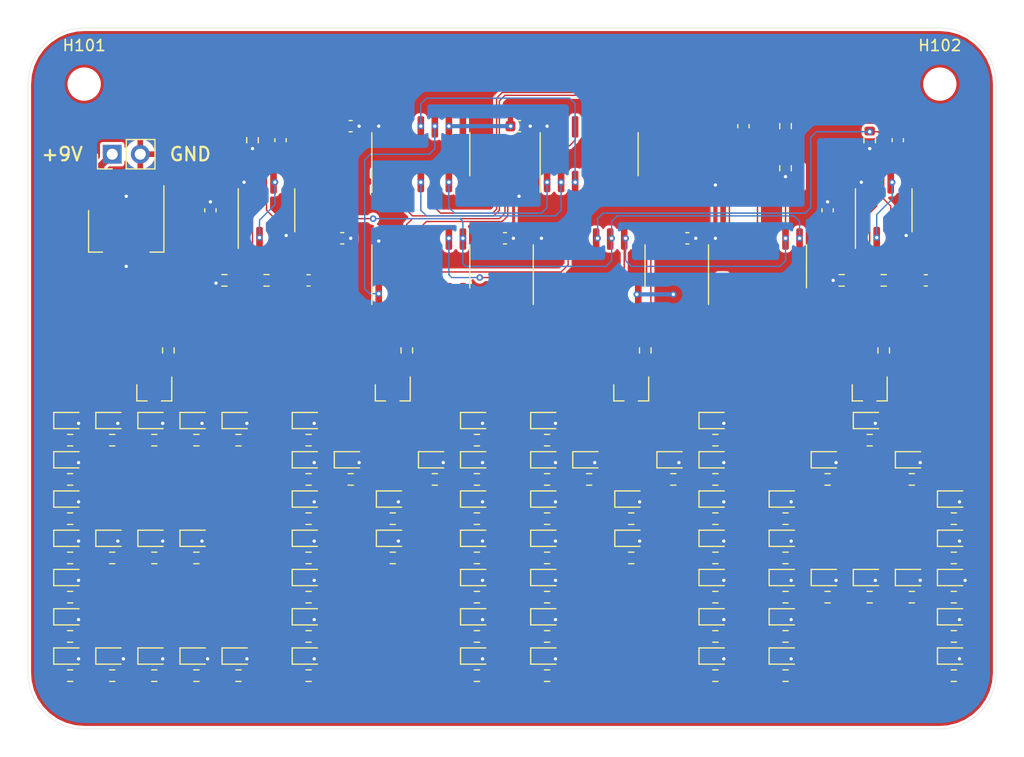
<source format=kicad_pcb>
(kicad_pcb (version 20171130) (host pcbnew "(5.1.8-0-10_14)")
  (layers (0 F.Cu signal) (31 B.Cu signal) (34 B.Paste user) (35 F.Paste user) (36 B.SilkS user) (37 F.SilkS user) (38 B.Mask user) (39 F.Mask user) (44 Edge.Cuts user))
  (net 0 "")
  (net 1 GND)
  (net 2 "Net-(C202-Pad1)")
  (net 3 +5V)
  (net 4 "Net-(C302-Pad1)")
  (net 5 "Net-(J101-Pad1)")
  (net 6 "/Display Clock/CLK")
  (net 7 "/Register Clock/CLK")
  (net 8 "Net-(U401-Pad13)")
  (net 9 "Net-(U401-Pad10)")
  (net 10 "Net-(U401-Pad6)")
  (net 11 "Net-(U401-Pad5)")
  (net 12 "Net-(U401-Pad4)")
  (net 13 "Net-(U401-Pad3)")
  (net 14 "Net-(U402-Pad15)")
  (net 15 "Net-(U402-Pad9)")
  (net 16 "Net-(U402-Pad7)")
  (net 17 "Net-(U402-Pad6)")
  (net 18 "Net-(U402-Pad1)")
  (net 19 "Net-(U403-Pad12)")
  (net 20 "Net-(U403-Pad10)")
  (net 21 "Net-(U403-Pad6)")
  (net 22 "Net-(U403-Pad5)")
  (net 23 "Net-(U403-Pad4)")
  (net 24 "Net-(U403-Pad3)")
  (net 25 /LFSR/PWRCLR)
  (net 26 /LFSR/TAP7)
  (net 27 /LFSR/TAP6)
  (net 28 /LFSR/INPUT)
  (net 29 /LFSR/DISPA)
  (net 30 /LFSR/DISPM2)
  (net 31 /LFSR/DISPM1)
  (net 32 /LFSR/DISPE)
  (net 33 /LFSR/TAP24)
  (net 34 /LFSR/TAP22)
  (net 35 "Net-(U404-Pad11)")
  (net 36 "Net-(U404-Pad8)")
  (net 37 "Net-(U404-Pad6)")
  (net 38 "Net-(U404-Pad3)")
  (net 39 "Net-(U404-Pad2)")
  (net 40 "Net-(D501-Pad1)")
  (net 41 "Net-(D502-Pad1)")
  (net 42 "Net-(D503-Pad1)")
  (net 43 "Net-(D504-Pad1)")
  (net 44 "Net-(D505-Pad1)")
  (net 45 "Net-(D506-Pad1)")
  (net 46 "Net-(D507-Pad1)")
  (net 47 "Net-(D508-Pad1)")
  (net 48 "Net-(D509-Pad1)")
  (net 49 "Net-(D510-Pad1)")
  (net 50 "Net-(D511-Pad1)")
  (net 51 "Net-(D512-Pad1)")
  (net 52 "Net-(D513-Pad1)")
  (net 53 "Net-(D514-Pad1)")
  (net 54 "Net-(Q501-Pad1)")
  (net 55 "Net-(D515-Pad1)")
  (net 56 "Net-(D516-Pad1)")
  (net 57 "Net-(D517-Pad1)")
  (net 58 "Net-(D518-Pad1)")
  (net 59 "Net-(C203-Pad1)")
  (net 60 "Net-(C303-Pad1)")
  (net 61 "Net-(R202-Pad2)")
  (net 62 "Net-(R302-Pad2)")
  (net 63 "Net-(U404-Pad12)")
  (net 64 "Net-(U404-Pad5)")
  (net 65 "Net-(U404-Pad4)")
  (net 66 "Net-(U405-Pad6)")
  (net 67 /LED-E/COLL)
  (net 68 "Net-(D601-Pad1)")
  (net 69 "Net-(D602-Pad1)")
  (net 70 "Net-(D603-Pad1)")
  (net 71 "Net-(D604-Pad1)")
  (net 72 "Net-(D605-Pad1)")
  (net 73 "Net-(D606-Pad1)")
  (net 74 "Net-(D607-Pad1)")
  (net 75 "Net-(D608-Pad1)")
  (net 76 "Net-(D609-Pad1)")
  (net 77 "Net-(D610-Pad1)")
  (net 78 "Net-(D611-Pad1)")
  (net 79 "Net-(D612-Pad1)")
  (net 80 "Net-(D613-Pad1)")
  (net 81 "Net-(D614-Pad1)")
  (net 82 "Net-(D615-Pad1)")
  (net 83 "Net-(D616-Pad1)")
  (net 84 "Net-(D617-Pad1)")
  (net 85 "Net-(D618-Pad1)")
  (net 86 /LED-M1/COLL)
  (net 87 "Net-(Q601-Pad1)")
  (net 88 "Net-(D701-Pad1)")
  (net 89 "Net-(D702-Pad1)")
  (net 90 "Net-(D703-Pad1)")
  (net 91 "Net-(D704-Pad1)")
  (net 92 "Net-(D705-Pad1)")
  (net 93 "Net-(D706-Pad1)")
  (net 94 "Net-(D707-Pad1)")
  (net 95 "Net-(D708-Pad1)")
  (net 96 "Net-(D709-Pad1)")
  (net 97 "Net-(D710-Pad1)")
  (net 98 "Net-(D711-Pad1)")
  (net 99 "Net-(D712-Pad1)")
  (net 100 "Net-(D713-Pad1)")
  (net 101 "Net-(D714-Pad1)")
  (net 102 "Net-(D715-Pad1)")
  (net 103 "Net-(D716-Pad1)")
  (net 104 "Net-(D717-Pad1)")
  (net 105 "Net-(D718-Pad1)")
  (net 106 /LED-M2/COLL)
  (net 107 "Net-(Q701-Pad1)")
  (net 108 "Net-(D801-Pad1)")
  (net 109 "Net-(D802-Pad1)")
  (net 110 "Net-(D803-Pad1)")
  (net 111 "Net-(D804-Pad1)")
  (net 112 "Net-(D805-Pad1)")
  (net 113 "Net-(D806-Pad1)")
  (net 114 "Net-(D807-Pad1)")
  (net 115 "Net-(D808-Pad1)")
  (net 116 "Net-(D809-Pad1)")
  (net 117 "Net-(D810-Pad1)")
  (net 118 "Net-(D811-Pad1)")
  (net 119 "Net-(D812-Pad1)")
  (net 120 "Net-(D813-Pad1)")
  (net 121 "Net-(D814-Pad1)")
  (net 122 "Net-(D815-Pad1)")
  (net 123 "Net-(D816-Pad1)")
  (net 124 /LED-A/COLL)
  (net 125 "Net-(Q801-Pad1)")
  (module MountingHole:MountingHole_2.5mm (layer F.Cu) (at 148.59 77.47)
    (fp_text reference H102 (at 0 -3.5) (layer F.SilkS))
    (fp_text value MountingHole)
    (pad 1 np_thru_hole circle (at 0 0) (size 2.5 2.5) (drill 2.5) (layers *.Cu *.Mask))
  )
  (module MountingHole:MountingHole_2.5mm (layer F.Cu) (at 71.12 77.47)
    (fp_text reference H101 (at 0 -3.5) (layer F.SilkS))
    (fp_text value MountingHole)
    (pad 1 np_thru_hole circle (at 0 0) (size 2.5 2.5) (drill 2.5) (layers *.Cu *.Mask))
  )
  (module Resistor_SMD:R_0603_1608Metric (layer F.Cu) (at 143.51 101.6 270)
    (fp_text reference R819 hide)
    (fp_text value 11k)
    (pad 2 smd roundrect (at 0.825 0 270) (size 0.8 0.95) (layers F.Cu F.Paste F.Mask) (net 125 "Net-(Q801-Pad1)"))
    (pad 1 smd roundrect (at -0.825 0 270) (size 0.8 0.95) (layers F.Cu F.Paste F.Mask) (net 29 /LFSR/DISPA))
  )
  (module Resistor_SMD:R_0603_1608Metric (layer F.Cu) (at 149.86 131.064)
    (fp_text reference R816 hide)
    (fp_text value 1k)
    (pad 2 smd roundrect (at 0.825 0) (size 0.8 0.95) (layers F.Cu F.Paste F.Mask) (net 124 /LED-A/COLL))
    (pad 1 smd roundrect (at -0.825 0) (size 0.8 0.95) (layers F.Cu F.Paste F.Mask) (net 123 "Net-(D816-Pad1)"))
  )
  (module Resistor_SMD:R_0603_1608Metric (layer F.Cu) (at 134.62 131.064)
    (fp_text reference R815 hide)
    (fp_text value 1k)
    (pad 2 smd roundrect (at 0.825 0) (size 0.8 0.95) (layers F.Cu F.Paste F.Mask) (net 124 /LED-A/COLL))
    (pad 1 smd roundrect (at -0.825 0) (size 0.8 0.95) (layers F.Cu F.Paste F.Mask) (net 122 "Net-(D815-Pad1)"))
  )
  (module Resistor_SMD:R_0603_1608Metric (layer F.Cu) (at 149.86 127.508)
    (fp_text reference R814 hide)
    (fp_text value 1k)
    (pad 2 smd roundrect (at 0.825 0) (size 0.8 0.95) (layers F.Cu F.Paste F.Mask) (net 124 /LED-A/COLL))
    (pad 1 smd roundrect (at -0.825 0) (size 0.8 0.95) (layers F.Cu F.Paste F.Mask) (net 121 "Net-(D814-Pad1)"))
  )
  (module Resistor_SMD:R_0603_1608Metric (layer F.Cu) (at 134.62 127.508)
    (fp_text reference R813 hide)
    (fp_text value 1k)
    (pad 2 smd roundrect (at 0.825 0) (size 0.8 0.95) (layers F.Cu F.Paste F.Mask) (net 124 /LED-A/COLL))
    (pad 1 smd roundrect (at -0.825 0) (size 0.8 0.95) (layers F.Cu F.Paste F.Mask) (net 120 "Net-(D813-Pad1)"))
  )
  (module Resistor_SMD:R_0603_1608Metric (layer F.Cu) (at 149.86 123.952)
    (fp_text reference R812 hide)
    (fp_text value 1k)
    (pad 2 smd roundrect (at 0.825 0) (size 0.8 0.95) (layers F.Cu F.Paste F.Mask) (net 124 /LED-A/COLL))
    (pad 1 smd roundrect (at -0.825 0) (size 0.8 0.95) (layers F.Cu F.Paste F.Mask) (net 119 "Net-(D812-Pad1)"))
  )
  (module Resistor_SMD:R_0603_1608Metric (layer F.Cu) (at 146.05 123.952)
    (fp_text reference R811 hide)
    (fp_text value 1k)
    (pad 2 smd roundrect (at 0.825 0) (size 0.8 0.95) (layers F.Cu F.Paste F.Mask) (net 124 /LED-A/COLL))
    (pad 1 smd roundrect (at -0.825 0) (size 0.8 0.95) (layers F.Cu F.Paste F.Mask) (net 118 "Net-(D811-Pad1)"))
  )
  (module Resistor_SMD:R_0603_1608Metric (layer F.Cu) (at 142.24 123.952)
    (fp_text reference R810 hide)
    (fp_text value 1k)
    (pad 2 smd roundrect (at 0.825 0) (size 0.8 0.95) (layers F.Cu F.Paste F.Mask) (net 124 /LED-A/COLL))
    (pad 1 smd roundrect (at -0.825 0) (size 0.8 0.95) (layers F.Cu F.Paste F.Mask) (net 117 "Net-(D810-Pad1)"))
  )
  (module Resistor_SMD:R_0603_1608Metric (layer F.Cu) (at 138.43 123.952)
    (fp_text reference R809 hide)
    (fp_text value 1k)
    (pad 2 smd roundrect (at 0.825 0) (size 0.8 0.95) (layers F.Cu F.Paste F.Mask) (net 124 /LED-A/COLL))
    (pad 1 smd roundrect (at -0.825 0) (size 0.8 0.95) (layers F.Cu F.Paste F.Mask) (net 116 "Net-(D809-Pad1)"))
  )
  (module Resistor_SMD:R_0603_1608Metric (layer F.Cu) (at 134.62 123.952)
    (fp_text reference R808 hide)
    (fp_text value 1k)
    (pad 2 smd roundrect (at 0.825 0) (size 0.8 0.95) (layers F.Cu F.Paste F.Mask) (net 124 /LED-A/COLL))
    (pad 1 smd roundrect (at -0.825 0) (size 0.8 0.95) (layers F.Cu F.Paste F.Mask) (net 115 "Net-(D808-Pad1)"))
  )
  (module Resistor_SMD:R_0603_1608Metric (layer F.Cu) (at 149.86 120.396)
    (fp_text reference R807 hide)
    (fp_text value 1k)
    (pad 2 smd roundrect (at 0.825 0) (size 0.8 0.95) (layers F.Cu F.Paste F.Mask) (net 124 /LED-A/COLL))
    (pad 1 smd roundrect (at -0.825 0) (size 0.8 0.95) (layers F.Cu F.Paste F.Mask) (net 114 "Net-(D807-Pad1)"))
  )
  (module Resistor_SMD:R_0603_1608Metric (layer F.Cu) (at 134.62 120.396)
    (fp_text reference R806 hide)
    (fp_text value 1k)
    (pad 2 smd roundrect (at 0.825 0) (size 0.8 0.95) (layers F.Cu F.Paste F.Mask) (net 124 /LED-A/COLL))
    (pad 1 smd roundrect (at -0.825 0) (size 0.8 0.95) (layers F.Cu F.Paste F.Mask) (net 113 "Net-(D806-Pad1)"))
  )
  (module Resistor_SMD:R_0603_1608Metric (layer F.Cu) (at 149.86 116.84)
    (fp_text reference R805 hide)
    (fp_text value 1k)
    (pad 2 smd roundrect (at 0.825 0) (size 0.8 0.95) (layers F.Cu F.Paste F.Mask) (net 124 /LED-A/COLL))
    (pad 1 smd roundrect (at -0.825 0) (size 0.8 0.95) (layers F.Cu F.Paste F.Mask) (net 112 "Net-(D805-Pad1)"))
  )
  (module Resistor_SMD:R_0603_1608Metric (layer F.Cu) (at 134.62 116.84)
    (fp_text reference R804 hide)
    (fp_text value 1k)
    (pad 2 smd roundrect (at 0.825 0) (size 0.8 0.95) (layers F.Cu F.Paste F.Mask) (net 124 /LED-A/COLL))
    (pad 1 smd roundrect (at -0.825 0) (size 0.8 0.95) (layers F.Cu F.Paste F.Mask) (net 111 "Net-(D804-Pad1)"))
  )
  (module Resistor_SMD:R_0603_1608Metric (layer F.Cu) (at 146.05 113.284)
    (fp_text reference R803 hide)
    (fp_text value 1k)
    (pad 2 smd roundrect (at 0.825 0) (size 0.8 0.95) (layers F.Cu F.Paste F.Mask) (net 124 /LED-A/COLL))
    (pad 1 smd roundrect (at -0.825 0) (size 0.8 0.95) (layers F.Cu F.Paste F.Mask) (net 110 "Net-(D803-Pad1)"))
  )
  (module Resistor_SMD:R_0603_1608Metric (layer F.Cu) (at 138.43 113.284)
    (fp_text reference R802 hide)
    (fp_text value 1k)
    (pad 2 smd roundrect (at 0.825 0) (size 0.8 0.95) (layers F.Cu F.Paste F.Mask) (net 124 /LED-A/COLL))
    (pad 1 smd roundrect (at -0.825 0) (size 0.8 0.95) (layers F.Cu F.Paste F.Mask) (net 109 "Net-(D802-Pad1)"))
  )
  (module Resistor_SMD:R_0603_1608Metric (layer F.Cu) (at 142.24 109.728)
    (fp_text reference R801 hide)
    (fp_text value 1k)
    (pad 2 smd roundrect (at 0.825 0) (size 0.8 0.95) (layers F.Cu F.Paste F.Mask) (net 124 /LED-A/COLL))
    (pad 1 smd roundrect (at -0.825 0) (size 0.8 0.95) (layers F.Cu F.Paste F.Mask) (net 108 "Net-(D801-Pad1)"))
  )
  (module Package_TO_SOT_SMD:SOT-23 (layer F.Cu) (at 142.24 105.41 270)
    (fp_text reference Q801 hide)
    (fp_text value MMBT3904)
    (pad 3 smd rect (at 1 0 270) (size 0.9 0.8) (layers F.Cu F.Paste F.Mask) (net 124 /LED-A/COLL))
    (pad 2 smd rect (at -1 0.95 270) (size 0.9 0.8) (layers F.Cu F.Paste F.Mask) (net 1 GND))
    (pad 1 smd rect (at -1 -0.95 270) (size 0.9 0.8) (layers F.Cu F.Paste F.Mask) (net 125 "Net-(Q801-Pad1)"))
  )
  (module LED_SMD:LED_0603_1608Metric (layer F.Cu) (at 149.86 129.286)
    (fp_text reference D816 hide)
    (fp_text value LED)
    (pad 2 smd roundrect (at 0.7875 0) (size 0.875 0.95) (layers F.Cu F.Paste F.Mask) (net 3 +5V))
    (pad 1 smd roundrect (at -0.7875 0) (size 0.875 0.95) (layers F.Cu F.Paste F.Mask) (net 123 "Net-(D816-Pad1)"))
  )
  (module LED_SMD:LED_0603_1608Metric (layer F.Cu) (at 134.62 129.286)
    (fp_text reference D815 hide)
    (fp_text value LED)
    (pad 2 smd roundrect (at 0.7875 0) (size 0.875 0.95) (layers F.Cu F.Paste F.Mask) (net 3 +5V))
    (pad 1 smd roundrect (at -0.7875 0) (size 0.875 0.95) (layers F.Cu F.Paste F.Mask) (net 122 "Net-(D815-Pad1)"))
  )
  (module LED_SMD:LED_0603_1608Metric (layer F.Cu) (at 149.86 125.73)
    (fp_text reference D814 hide)
    (fp_text value LED)
    (pad 2 smd roundrect (at 0.7875 0) (size 0.875 0.95) (layers F.Cu F.Paste F.Mask) (net 3 +5V))
    (pad 1 smd roundrect (at -0.7875 0) (size 0.875 0.95) (layers F.Cu F.Paste F.Mask) (net 121 "Net-(D814-Pad1)"))
  )
  (module LED_SMD:LED_0603_1608Metric (layer F.Cu) (at 134.62 125.73)
    (fp_text reference D813 hide)
    (fp_text value LED)
    (pad 2 smd roundrect (at 0.7875 0) (size 0.875 0.95) (layers F.Cu F.Paste F.Mask) (net 3 +5V))
    (pad 1 smd roundrect (at -0.7875 0) (size 0.875 0.95) (layers F.Cu F.Paste F.Mask) (net 120 "Net-(D813-Pad1)"))
  )
  (module LED_SMD:LED_0603_1608Metric (layer F.Cu) (at 149.86 122.174)
    (fp_text reference D812 hide)
    (fp_text value LED)
    (pad 2 smd roundrect (at 0.7875 0) (size 0.875 0.95) (layers F.Cu F.Paste F.Mask) (net 3 +5V))
    (pad 1 smd roundrect (at -0.7875 0) (size 0.875 0.95) (layers F.Cu F.Paste F.Mask) (net 119 "Net-(D812-Pad1)"))
  )
  (module LED_SMD:LED_0603_1608Metric (layer F.Cu) (at 146.05 122.174)
    (fp_text reference D811 hide)
    (fp_text value LED)
    (pad 2 smd roundrect (at 0.7875 0) (size 0.875 0.95) (layers F.Cu F.Paste F.Mask) (net 3 +5V))
    (pad 1 smd roundrect (at -0.7875 0) (size 0.875 0.95) (layers F.Cu F.Paste F.Mask) (net 118 "Net-(D811-Pad1)"))
  )
  (module LED_SMD:LED_0603_1608Metric (layer F.Cu) (at 142.24 122.174)
    (fp_text reference D810 hide)
    (fp_text value LED)
    (pad 2 smd roundrect (at 0.7875 0) (size 0.875 0.95) (layers F.Cu F.Paste F.Mask) (net 3 +5V))
    (pad 1 smd roundrect (at -0.7875 0) (size 0.875 0.95) (layers F.Cu F.Paste F.Mask) (net 117 "Net-(D810-Pad1)"))
  )
  (module LED_SMD:LED_0603_1608Metric (layer F.Cu) (at 138.43 122.174)
    (fp_text reference D809 hide)
    (fp_text value LED)
    (pad 2 smd roundrect (at 0.7875 0) (size 0.875 0.95) (layers F.Cu F.Paste F.Mask) (net 3 +5V))
    (pad 1 smd roundrect (at -0.7875 0) (size 0.875 0.95) (layers F.Cu F.Paste F.Mask) (net 116 "Net-(D809-Pad1)"))
  )
  (module LED_SMD:LED_0603_1608Metric (layer F.Cu) (at 134.62 122.174)
    (fp_text reference D808 hide)
    (fp_text value LED)
    (pad 2 smd roundrect (at 0.7875 0) (size 0.875 0.95) (layers F.Cu F.Paste F.Mask) (net 3 +5V))
    (pad 1 smd roundrect (at -0.7875 0) (size 0.875 0.95) (layers F.Cu F.Paste F.Mask) (net 115 "Net-(D808-Pad1)"))
  )
  (module LED_SMD:LED_0603_1608Metric (layer F.Cu) (at 149.86 118.618)
    (fp_text reference D807 hide)
    (fp_text value LED)
    (pad 2 smd roundrect (at 0.7875 0) (size 0.875 0.95) (layers F.Cu F.Paste F.Mask) (net 3 +5V))
    (pad 1 smd roundrect (at -0.7875 0) (size 0.875 0.95) (layers F.Cu F.Paste F.Mask) (net 114 "Net-(D807-Pad1)"))
  )
  (module LED_SMD:LED_0603_1608Metric (layer F.Cu) (at 134.62 118.618)
    (fp_text reference D806 hide)
    (fp_text value LED)
    (pad 2 smd roundrect (at 0.7875 0) (size 0.875 0.95) (layers F.Cu F.Paste F.Mask) (net 3 +5V))
    (pad 1 smd roundrect (at -0.7875 0) (size 0.875 0.95) (layers F.Cu F.Paste F.Mask) (net 113 "Net-(D806-Pad1)"))
  )
  (module LED_SMD:LED_0603_1608Metric (layer F.Cu) (at 149.86 115.062)
    (fp_text reference D805 hide)
    (fp_text value LED)
    (pad 2 smd roundrect (at 0.7875 0) (size 0.875 0.95) (layers F.Cu F.Paste F.Mask) (net 3 +5V))
    (pad 1 smd roundrect (at -0.7875 0) (size 0.875 0.95) (layers F.Cu F.Paste F.Mask) (net 112 "Net-(D805-Pad1)"))
  )
  (module LED_SMD:LED_0603_1608Metric (layer F.Cu) (at 134.62 115.062)
    (fp_text reference D804 hide)
    (fp_text value LED)
    (pad 2 smd roundrect (at 0.7875 0) (size 0.875 0.95) (layers F.Cu F.Paste F.Mask) (net 3 +5V))
    (pad 1 smd roundrect (at -0.7875 0) (size 0.875 0.95) (layers F.Cu F.Paste F.Mask) (net 111 "Net-(D804-Pad1)"))
  )
  (module LED_SMD:LED_0603_1608Metric (layer F.Cu) (at 146.05 111.506)
    (fp_text reference D803 hide)
    (fp_text value LED)
    (pad 2 smd roundrect (at 0.7875 0) (size 0.875 0.95) (layers F.Cu F.Paste F.Mask) (net 3 +5V))
    (pad 1 smd roundrect (at -0.7875 0) (size 0.875 0.95) (layers F.Cu F.Paste F.Mask) (net 110 "Net-(D803-Pad1)"))
  )
  (module LED_SMD:LED_0603_1608Metric (layer F.Cu) (at 138.43 111.506)
    (fp_text reference D802 hide)
    (fp_text value LED)
    (pad 2 smd roundrect (at 0.7875 0) (size 0.875 0.95) (layers F.Cu F.Paste F.Mask) (net 3 +5V))
    (pad 1 smd roundrect (at -0.7875 0) (size 0.875 0.95) (layers F.Cu F.Paste F.Mask) (net 109 "Net-(D802-Pad1)"))
  )
  (module LED_SMD:LED_0603_1608Metric (layer F.Cu) (at 142.24 107.95)
    (fp_text reference D801 hide)
    (fp_text value LED)
    (pad 2 smd roundrect (at 0.7875 0) (size 0.875 0.95) (layers F.Cu F.Paste F.Mask) (net 3 +5V))
    (pad 1 smd roundrect (at -0.7875 0) (size 0.875 0.95) (layers F.Cu F.Paste F.Mask) (net 108 "Net-(D801-Pad1)"))
  )
  (module Resistor_SMD:R_0603_1608Metric (layer F.Cu) (at 121.92 101.6 270)
    (fp_text reference R719 hide)
    (fp_text value 11k)
    (pad 2 smd roundrect (at 0.825 0 270) (size 0.8 0.95) (layers F.Cu F.Paste F.Mask) (net 107 "Net-(Q701-Pad1)"))
    (pad 1 smd roundrect (at -0.825 0 270) (size 0.8 0.95) (layers F.Cu F.Paste F.Mask) (net 30 /LFSR/DISPM2))
  )
  (module Resistor_SMD:R_0603_1608Metric (layer F.Cu) (at 128.27 131.064)
    (fp_text reference R718 hide)
    (fp_text value 1k)
    (pad 2 smd roundrect (at 0.825 0) (size 0.8 0.95) (layers F.Cu F.Paste F.Mask) (net 106 /LED-M2/COLL))
    (pad 1 smd roundrect (at -0.825 0) (size 0.8 0.95) (layers F.Cu F.Paste F.Mask) (net 105 "Net-(D718-Pad1)"))
  )
  (module Resistor_SMD:R_0603_1608Metric (layer F.Cu) (at 113.03 131.064)
    (fp_text reference R717 hide)
    (fp_text value 1k)
    (pad 2 smd roundrect (at 0.825 0) (size 0.8 0.95) (layers F.Cu F.Paste F.Mask) (net 106 /LED-M2/COLL))
    (pad 1 smd roundrect (at -0.825 0) (size 0.8 0.95) (layers F.Cu F.Paste F.Mask) (net 104 "Net-(D717-Pad1)"))
  )
  (module Resistor_SMD:R_0603_1608Metric (layer F.Cu) (at 128.27 127.508)
    (fp_text reference R716 hide)
    (fp_text value 1k)
    (pad 2 smd roundrect (at 0.825 0) (size 0.8 0.95) (layers F.Cu F.Paste F.Mask) (net 106 /LED-M2/COLL))
    (pad 1 smd roundrect (at -0.825 0) (size 0.8 0.95) (layers F.Cu F.Paste F.Mask) (net 103 "Net-(D716-Pad1)"))
  )
  (module Resistor_SMD:R_0603_1608Metric (layer F.Cu) (at 113.03 127.508)
    (fp_text reference R715 hide)
    (fp_text value 1k)
    (pad 2 smd roundrect (at 0.825 0) (size 0.8 0.95) (layers F.Cu F.Paste F.Mask) (net 106 /LED-M2/COLL))
    (pad 1 smd roundrect (at -0.825 0) (size 0.8 0.95) (layers F.Cu F.Paste F.Mask) (net 102 "Net-(D715-Pad1)"))
  )
  (module Resistor_SMD:R_0603_1608Metric (layer F.Cu) (at 128.27 123.952)
    (fp_text reference R714 hide)
    (fp_text value 1k)
    (pad 2 smd roundrect (at 0.825 0) (size 0.8 0.95) (layers F.Cu F.Paste F.Mask) (net 106 /LED-M2/COLL))
    (pad 1 smd roundrect (at -0.825 0) (size 0.8 0.95) (layers F.Cu F.Paste F.Mask) (net 101 "Net-(D714-Pad1)"))
  )
  (module Resistor_SMD:R_0603_1608Metric (layer F.Cu) (at 113.03 123.952)
    (fp_text reference R713 hide)
    (fp_text value 1k)
    (pad 2 smd roundrect (at 0.825 0) (size 0.8 0.95) (layers F.Cu F.Paste F.Mask) (net 106 /LED-M2/COLL))
    (pad 1 smd roundrect (at -0.825 0) (size 0.8 0.95) (layers F.Cu F.Paste F.Mask) (net 100 "Net-(D713-Pad1)"))
  )
  (module Resistor_SMD:R_0603_1608Metric (layer F.Cu) (at 128.27 120.396)
    (fp_text reference R712 hide)
    (fp_text value 1k)
    (pad 2 smd roundrect (at 0.825 0) (size 0.8 0.95) (layers F.Cu F.Paste F.Mask) (net 106 /LED-M2/COLL))
    (pad 1 smd roundrect (at -0.825 0) (size 0.8 0.95) (layers F.Cu F.Paste F.Mask) (net 99 "Net-(D712-Pad1)"))
  )
  (module Resistor_SMD:R_0603_1608Metric (layer F.Cu) (at 120.65 120.396)
    (fp_text reference R711 hide)
    (fp_text value 1k)
    (pad 2 smd roundrect (at 0.825 0) (size 0.8 0.95) (layers F.Cu F.Paste F.Mask) (net 106 /LED-M2/COLL))
    (pad 1 smd roundrect (at -0.825 0) (size 0.8 0.95) (layers F.Cu F.Paste F.Mask) (net 98 "Net-(D711-Pad1)"))
  )
  (module Resistor_SMD:R_0603_1608Metric (layer F.Cu) (at 113.03 120.396)
    (fp_text reference R710 hide)
    (fp_text value 1k)
    (pad 2 smd roundrect (at 0.825 0) (size 0.8 0.95) (layers F.Cu F.Paste F.Mask) (net 106 /LED-M2/COLL))
    (pad 1 smd roundrect (at -0.825 0) (size 0.8 0.95) (layers F.Cu F.Paste F.Mask) (net 97 "Net-(D710-Pad1)"))
  )
  (module Resistor_SMD:R_0603_1608Metric (layer F.Cu) (at 128.27 116.84)
    (fp_text reference R709 hide)
    (fp_text value 1k)
    (pad 2 smd roundrect (at 0.825 0) (size 0.8 0.95) (layers F.Cu F.Paste F.Mask) (net 106 /LED-M2/COLL))
    (pad 1 smd roundrect (at -0.825 0) (size 0.8 0.95) (layers F.Cu F.Paste F.Mask) (net 96 "Net-(D709-Pad1)"))
  )
  (module Resistor_SMD:R_0603_1608Metric (layer F.Cu) (at 120.65 116.84)
    (fp_text reference R708 hide)
    (fp_text value 1k)
    (pad 2 smd roundrect (at 0.825 0) (size 0.8 0.95) (layers F.Cu F.Paste F.Mask) (net 106 /LED-M2/COLL))
    (pad 1 smd roundrect (at -0.825 0) (size 0.8 0.95) (layers F.Cu F.Paste F.Mask) (net 95 "Net-(D708-Pad1)"))
  )
  (module Resistor_SMD:R_0603_1608Metric (layer F.Cu) (at 113.03 116.84)
    (fp_text reference R707 hide)
    (fp_text value 1k)
    (pad 2 smd roundrect (at 0.825 0) (size 0.8 0.95) (layers F.Cu F.Paste F.Mask) (net 106 /LED-M2/COLL))
    (pad 1 smd roundrect (at -0.825 0) (size 0.8 0.95) (layers F.Cu F.Paste F.Mask) (net 94 "Net-(D707-Pad1)"))
  )
  (module Resistor_SMD:R_0603_1608Metric (layer F.Cu) (at 128.27 113.284)
    (fp_text reference R706 hide)
    (fp_text value 1k)
    (pad 2 smd roundrect (at 0.825 0) (size 0.8 0.95) (layers F.Cu F.Paste F.Mask) (net 106 /LED-M2/COLL))
    (pad 1 smd roundrect (at -0.825 0) (size 0.8 0.95) (layers F.Cu F.Paste F.Mask) (net 93 "Net-(D706-Pad1)"))
  )
  (module Resistor_SMD:R_0603_1608Metric (layer F.Cu) (at 124.46 113.284)
    (fp_text reference R705 hide)
    (fp_text value 1k)
    (pad 2 smd roundrect (at 0.825 0) (size 0.8 0.95) (layers F.Cu F.Paste F.Mask) (net 106 /LED-M2/COLL))
    (pad 1 smd roundrect (at -0.825 0) (size 0.8 0.95) (layers F.Cu F.Paste F.Mask) (net 92 "Net-(D705-Pad1)"))
  )
  (module Resistor_SMD:R_0603_1608Metric (layer F.Cu) (at 116.84 113.284)
    (fp_text reference R704 hide)
    (fp_text value 1k)
    (pad 2 smd roundrect (at 0.825 0) (size 0.8 0.95) (layers F.Cu F.Paste F.Mask) (net 106 /LED-M2/COLL))
    (pad 1 smd roundrect (at -0.825 0) (size 0.8 0.95) (layers F.Cu F.Paste F.Mask) (net 91 "Net-(D704-Pad1)"))
  )
  (module Resistor_SMD:R_0603_1608Metric (layer F.Cu) (at 113.03 113.284)
    (fp_text reference R703 hide)
    (fp_text value 1k)
    (pad 2 smd roundrect (at 0.825 0) (size 0.8 0.95) (layers F.Cu F.Paste F.Mask) (net 106 /LED-M2/COLL))
    (pad 1 smd roundrect (at -0.825 0) (size 0.8 0.95) (layers F.Cu F.Paste F.Mask) (net 90 "Net-(D703-Pad1)"))
  )
  (module Resistor_SMD:R_0603_1608Metric (layer F.Cu) (at 128.27 109.728)
    (fp_text reference R702 hide)
    (fp_text value 1k)
    (pad 2 smd roundrect (at 0.825 0) (size 0.8 0.95) (layers F.Cu F.Paste F.Mask) (net 106 /LED-M2/COLL))
    (pad 1 smd roundrect (at -0.825 0) (size 0.8 0.95) (layers F.Cu F.Paste F.Mask) (net 89 "Net-(D702-Pad1)"))
  )
  (module Resistor_SMD:R_0603_1608Metric (layer F.Cu) (at 113.03 109.728)
    (fp_text reference R701 hide)
    (fp_text value 1k)
    (pad 2 smd roundrect (at 0.825 0) (size 0.8 0.95) (layers F.Cu F.Paste F.Mask) (net 106 /LED-M2/COLL))
    (pad 1 smd roundrect (at -0.825 0) (size 0.8 0.95) (layers F.Cu F.Paste F.Mask) (net 88 "Net-(D701-Pad1)"))
  )
  (module Package_TO_SOT_SMD:SOT-23 (layer F.Cu) (at 120.65 105.41 270)
    (fp_text reference Q701 hide)
    (fp_text value MMBT3904)
    (pad 3 smd rect (at 1 0 270) (size 0.9 0.8) (layers F.Cu F.Paste F.Mask) (net 106 /LED-M2/COLL))
    (pad 2 smd rect (at -1 0.95 270) (size 0.9 0.8) (layers F.Cu F.Paste F.Mask) (net 1 GND))
    (pad 1 smd rect (at -1 -0.95 270) (size 0.9 0.8) (layers F.Cu F.Paste F.Mask) (net 107 "Net-(Q701-Pad1)"))
  )
  (module LED_SMD:LED_0603_1608Metric (layer F.Cu) (at 128.27 129.286)
    (fp_text reference D718 hide)
    (fp_text value LED)
    (pad 2 smd roundrect (at 0.7875 0) (size 0.875 0.95) (layers F.Cu F.Paste F.Mask) (net 3 +5V))
    (pad 1 smd roundrect (at -0.7875 0) (size 0.875 0.95) (layers F.Cu F.Paste F.Mask) (net 105 "Net-(D718-Pad1)"))
  )
  (module LED_SMD:LED_0603_1608Metric (layer F.Cu) (at 113.03 129.286)
    (fp_text reference D717 hide)
    (fp_text value LED)
    (pad 2 smd roundrect (at 0.7875 0) (size 0.875 0.95) (layers F.Cu F.Paste F.Mask) (net 3 +5V))
    (pad 1 smd roundrect (at -0.7875 0) (size 0.875 0.95) (layers F.Cu F.Paste F.Mask) (net 104 "Net-(D717-Pad1)"))
  )
  (module LED_SMD:LED_0603_1608Metric (layer F.Cu) (at 128.27 125.73)
    (fp_text reference D716 hide)
    (fp_text value LED)
    (pad 2 smd roundrect (at 0.7875 0) (size 0.875 0.95) (layers F.Cu F.Paste F.Mask) (net 3 +5V))
    (pad 1 smd roundrect (at -0.7875 0) (size 0.875 0.95) (layers F.Cu F.Paste F.Mask) (net 103 "Net-(D716-Pad1)"))
  )
  (module LED_SMD:LED_0603_1608Metric (layer F.Cu) (at 113.03 125.73)
    (fp_text reference D715 hide)
    (fp_text value LED)
    (pad 2 smd roundrect (at 0.7875 0) (size 0.875 0.95) (layers F.Cu F.Paste F.Mask) (net 3 +5V))
    (pad 1 smd roundrect (at -0.7875 0) (size 0.875 0.95) (layers F.Cu F.Paste F.Mask) (net 102 "Net-(D715-Pad1)"))
  )
  (module LED_SMD:LED_0603_1608Metric (layer F.Cu) (at 128.27 122.174)
    (fp_text reference D714 hide)
    (fp_text value LED)
    (pad 2 smd roundrect (at 0.7875 0) (size 0.875 0.95) (layers F.Cu F.Paste F.Mask) (net 3 +5V))
    (pad 1 smd roundrect (at -0.7875 0) (size 0.875 0.95) (layers F.Cu F.Paste F.Mask) (net 101 "Net-(D714-Pad1)"))
  )
  (module LED_SMD:LED_0603_1608Metric (layer F.Cu) (at 113.03 122.174)
    (fp_text reference D713 hide)
    (fp_text value LED)
    (pad 2 smd roundrect (at 0.7875 0) (size 0.875 0.95) (layers F.Cu F.Paste F.Mask) (net 3 +5V))
    (pad 1 smd roundrect (at -0.7875 0) (size 0.875 0.95) (layers F.Cu F.Paste F.Mask) (net 100 "Net-(D713-Pad1)"))
  )
  (module LED_SMD:LED_0603_1608Metric (layer F.Cu) (at 128.27 118.618)
    (fp_text reference D712 hide)
    (fp_text value LED)
    (pad 2 smd roundrect (at 0.7875 0) (size 0.875 0.95) (layers F.Cu F.Paste F.Mask) (net 3 +5V))
    (pad 1 smd roundrect (at -0.7875 0) (size 0.875 0.95) (layers F.Cu F.Paste F.Mask) (net 99 "Net-(D712-Pad1)"))
  )
  (module LED_SMD:LED_0603_1608Metric (layer F.Cu) (at 120.65 118.618)
    (fp_text reference D711 hide)
    (fp_text value LED)
    (pad 2 smd roundrect (at 0.7875 0) (size 0.875 0.95) (layers F.Cu F.Paste F.Mask) (net 3 +5V))
    (pad 1 smd roundrect (at -0.7875 0) (size 0.875 0.95) (layers F.Cu F.Paste F.Mask) (net 98 "Net-(D711-Pad1)"))
  )
  (module LED_SMD:LED_0603_1608Metric (layer F.Cu) (at 113.03 118.618)
    (fp_text reference D710 hide)
    (fp_text value LED)
    (pad 2 smd roundrect (at 0.7875 0) (size 0.875 0.95) (layers F.Cu F.Paste F.Mask) (net 3 +5V))
    (pad 1 smd roundrect (at -0.7875 0) (size 0.875 0.95) (layers F.Cu F.Paste F.Mask) (net 97 "Net-(D710-Pad1)"))
  )
  (module LED_SMD:LED_0603_1608Metric (layer F.Cu) (at 128.27 115.062)
    (fp_text reference D709 hide)
    (fp_text value LED)
    (pad 2 smd roundrect (at 0.7875 0) (size 0.875 0.95) (layers F.Cu F.Paste F.Mask) (net 3 +5V))
    (pad 1 smd roundrect (at -0.7875 0) (size 0.875 0.95) (layers F.Cu F.Paste F.Mask) (net 96 "Net-(D709-Pad1)"))
  )
  (module LED_SMD:LED_0603_1608Metric (layer F.Cu) (at 120.65 115.062)
    (fp_text reference D708 hide)
    (fp_text value LED)
    (pad 2 smd roundrect (at 0.7875 0) (size 0.875 0.95) (layers F.Cu F.Paste F.Mask) (net 3 +5V))
    (pad 1 smd roundrect (at -0.7875 0) (size 0.875 0.95) (layers F.Cu F.Paste F.Mask) (net 95 "Net-(D708-Pad1)"))
  )
  (module LED_SMD:LED_0603_1608Metric (layer F.Cu) (at 113.03 115.062)
    (fp_text reference D707 hide)
    (fp_text value LED)
    (pad 2 smd roundrect (at 0.7875 0) (size 0.875 0.95) (layers F.Cu F.Paste F.Mask) (net 3 +5V))
    (pad 1 smd roundrect (at -0.7875 0) (size 0.875 0.95) (layers F.Cu F.Paste F.Mask) (net 94 "Net-(D707-Pad1)"))
  )
  (module LED_SMD:LED_0603_1608Metric (layer F.Cu) (at 128.27 111.506)
    (fp_text reference D706 hide)
    (fp_text value LED)
    (pad 2 smd roundrect (at 0.7875 0) (size 0.875 0.95) (layers F.Cu F.Paste F.Mask) (net 3 +5V))
    (pad 1 smd roundrect (at -0.7875 0) (size 0.875 0.95) (layers F.Cu F.Paste F.Mask) (net 93 "Net-(D706-Pad1)"))
  )
  (module LED_SMD:LED_0603_1608Metric (layer F.Cu) (at 124.46 111.506)
    (fp_text reference D705 hide)
    (fp_text value LED)
    (pad 2 smd roundrect (at 0.7875 0) (size 0.875 0.95) (layers F.Cu F.Paste F.Mask) (net 3 +5V))
    (pad 1 smd roundrect (at -0.7875 0) (size 0.875 0.95) (layers F.Cu F.Paste F.Mask) (net 92 "Net-(D705-Pad1)"))
  )
  (module LED_SMD:LED_0603_1608Metric (layer F.Cu) (at 116.84 111.506)
    (fp_text reference D704 hide)
    (fp_text value LED)
    (pad 2 smd roundrect (at 0.7875 0) (size 0.875 0.95) (layers F.Cu F.Paste F.Mask) (net 3 +5V))
    (pad 1 smd roundrect (at -0.7875 0) (size 0.875 0.95) (layers F.Cu F.Paste F.Mask) (net 91 "Net-(D704-Pad1)"))
  )
  (module LED_SMD:LED_0603_1608Metric (layer F.Cu) (at 113.03 111.506)
    (fp_text reference D703 hide)
    (fp_text value LED)
    (pad 2 smd roundrect (at 0.7875 0) (size 0.875 0.95) (layers F.Cu F.Paste F.Mask) (net 3 +5V))
    (pad 1 smd roundrect (at -0.7875 0) (size 0.875 0.95) (layers F.Cu F.Paste F.Mask) (net 90 "Net-(D703-Pad1)"))
  )
  (module LED_SMD:LED_0603_1608Metric (layer F.Cu) (at 128.27 107.95)
    (fp_text reference D702 hide)
    (fp_text value LED)
    (pad 2 smd roundrect (at 0.7875 0) (size 0.875 0.95) (layers F.Cu F.Paste F.Mask) (net 3 +5V))
    (pad 1 smd roundrect (at -0.7875 0) (size 0.875 0.95) (layers F.Cu F.Paste F.Mask) (net 89 "Net-(D702-Pad1)"))
  )
  (module LED_SMD:LED_0603_1608Metric (layer F.Cu) (at 113.03 107.95)
    (fp_text reference D701 hide)
    (fp_text value LED)
    (pad 2 smd roundrect (at 0.7875 0) (size 0.875 0.95) (layers F.Cu F.Paste F.Mask) (net 3 +5V))
    (pad 1 smd roundrect (at -0.7875 0) (size 0.875 0.95) (layers F.Cu F.Paste F.Mask) (net 88 "Net-(D701-Pad1)"))
  )
  (module Resistor_SMD:R_0603_1608Metric (layer F.Cu) (at 100.33 101.6 270)
    (fp_text reference R619 hide)
    (fp_text value 11k)
    (pad 2 smd roundrect (at 0.825 0 270) (size 0.8 0.95) (layers F.Cu F.Paste F.Mask) (net 87 "Net-(Q601-Pad1)"))
    (pad 1 smd roundrect (at -0.825 0 270) (size 0.8 0.95) (layers F.Cu F.Paste F.Mask) (net 31 /LFSR/DISPM1))
  )
  (module Resistor_SMD:R_0603_1608Metric (layer F.Cu) (at 106.68 131.064)
    (fp_text reference R618 hide)
    (fp_text value 1k)
    (pad 2 smd roundrect (at 0.825 0) (size 0.8 0.95) (layers F.Cu F.Paste F.Mask) (net 86 /LED-M1/COLL))
    (pad 1 smd roundrect (at -0.825 0) (size 0.8 0.95) (layers F.Cu F.Paste F.Mask) (net 85 "Net-(D618-Pad1)"))
  )
  (module Resistor_SMD:R_0603_1608Metric (layer F.Cu) (at 91.44 131.064)
    (fp_text reference R617 hide)
    (fp_text value 1k)
    (pad 2 smd roundrect (at 0.825 0) (size 0.8 0.95) (layers F.Cu F.Paste F.Mask) (net 86 /LED-M1/COLL))
    (pad 1 smd roundrect (at -0.825 0) (size 0.8 0.95) (layers F.Cu F.Paste F.Mask) (net 84 "Net-(D617-Pad1)"))
  )
  (module Resistor_SMD:R_0603_1608Metric (layer F.Cu) (at 106.68 127.508)
    (fp_text reference R616 hide)
    (fp_text value 1k)
    (pad 2 smd roundrect (at 0.825 0) (size 0.8 0.95) (layers F.Cu F.Paste F.Mask) (net 86 /LED-M1/COLL))
    (pad 1 smd roundrect (at -0.825 0) (size 0.8 0.95) (layers F.Cu F.Paste F.Mask) (net 83 "Net-(D616-Pad1)"))
  )
  (module Resistor_SMD:R_0603_1608Metric (layer F.Cu) (at 91.44 127.508)
    (fp_text reference R615 hide)
    (fp_text value 1k)
    (pad 2 smd roundrect (at 0.825 0) (size 0.8 0.95) (layers F.Cu F.Paste F.Mask) (net 86 /LED-M1/COLL))
    (pad 1 smd roundrect (at -0.825 0) (size 0.8 0.95) (layers F.Cu F.Paste F.Mask) (net 82 "Net-(D615-Pad1)"))
  )
  (module Resistor_SMD:R_0603_1608Metric (layer F.Cu) (at 106.68 123.952)
    (fp_text reference R614 hide)
    (fp_text value 1k)
    (pad 2 smd roundrect (at 0.825 0) (size 0.8 0.95) (layers F.Cu F.Paste F.Mask) (net 86 /LED-M1/COLL))
    (pad 1 smd roundrect (at -0.825 0) (size 0.8 0.95) (layers F.Cu F.Paste F.Mask) (net 81 "Net-(D614-Pad1)"))
  )
  (module Resistor_SMD:R_0603_1608Metric (layer F.Cu) (at 91.44 123.952)
    (fp_text reference R613 hide)
    (fp_text value 1k)
    (pad 2 smd roundrect (at 0.825 0) (size 0.8 0.95) (layers F.Cu F.Paste F.Mask) (net 86 /LED-M1/COLL))
    (pad 1 smd roundrect (at -0.825 0) (size 0.8 0.95) (layers F.Cu F.Paste F.Mask) (net 80 "Net-(D613-Pad1)"))
  )
  (module Resistor_SMD:R_0603_1608Metric (layer F.Cu) (at 106.68 120.396)
    (fp_text reference R612 hide)
    (fp_text value 1k)
    (pad 2 smd roundrect (at 0.825 0) (size 0.8 0.95) (layers F.Cu F.Paste F.Mask) (net 86 /LED-M1/COLL))
    (pad 1 smd roundrect (at -0.825 0) (size 0.8 0.95) (layers F.Cu F.Paste F.Mask) (net 79 "Net-(D612-Pad1)"))
  )
  (module Resistor_SMD:R_0603_1608Metric (layer F.Cu) (at 99.06 120.396)
    (fp_text reference R611 hide)
    (fp_text value 1k)
    (pad 2 smd roundrect (at 0.825 0) (size 0.8 0.95) (layers F.Cu F.Paste F.Mask) (net 86 /LED-M1/COLL))
    (pad 1 smd roundrect (at -0.825 0) (size 0.8 0.95) (layers F.Cu F.Paste F.Mask) (net 78 "Net-(D611-Pad1)"))
  )
  (module Resistor_SMD:R_0603_1608Metric (layer F.Cu) (at 91.44 120.396)
    (fp_text reference R610 hide)
    (fp_text value 1k)
    (pad 2 smd roundrect (at 0.825 0) (size 0.8 0.95) (layers F.Cu F.Paste F.Mask) (net 86 /LED-M1/COLL))
    (pad 1 smd roundrect (at -0.825 0) (size 0.8 0.95) (layers F.Cu F.Paste F.Mask) (net 77 "Net-(D610-Pad1)"))
  )
  (module Resistor_SMD:R_0603_1608Metric (layer F.Cu) (at 106.68 116.84)
    (fp_text reference R609 hide)
    (fp_text value 1k)
    (pad 2 smd roundrect (at 0.825 0) (size 0.8 0.95) (layers F.Cu F.Paste F.Mask) (net 86 /LED-M1/COLL))
    (pad 1 smd roundrect (at -0.825 0) (size 0.8 0.95) (layers F.Cu F.Paste F.Mask) (net 76 "Net-(D609-Pad1)"))
  )
  (module Resistor_SMD:R_0603_1608Metric (layer F.Cu) (at 99.06 116.84)
    (fp_text reference R608 hide)
    (fp_text value 1k)
    (pad 2 smd roundrect (at 0.825 0) (size 0.8 0.95) (layers F.Cu F.Paste F.Mask) (net 86 /LED-M1/COLL))
    (pad 1 smd roundrect (at -0.825 0) (size 0.8 0.95) (layers F.Cu F.Paste F.Mask) (net 75 "Net-(D608-Pad1)"))
  )
  (module Resistor_SMD:R_0603_1608Metric (layer F.Cu) (at 91.44 116.84)
    (fp_text reference R607 hide)
    (fp_text value 1k)
    (pad 2 smd roundrect (at 0.825 0) (size 0.8 0.95) (layers F.Cu F.Paste F.Mask) (net 86 /LED-M1/COLL))
    (pad 1 smd roundrect (at -0.825 0) (size 0.8 0.95) (layers F.Cu F.Paste F.Mask) (net 74 "Net-(D607-Pad1)"))
  )
  (module Resistor_SMD:R_0603_1608Metric (layer F.Cu) (at 106.68 113.284)
    (fp_text reference R606 hide)
    (fp_text value 1k)
    (pad 2 smd roundrect (at 0.825 0) (size 0.8 0.95) (layers F.Cu F.Paste F.Mask) (net 86 /LED-M1/COLL))
    (pad 1 smd roundrect (at -0.825 0) (size 0.8 0.95) (layers F.Cu F.Paste F.Mask) (net 73 "Net-(D606-Pad1)"))
  )
  (module Resistor_SMD:R_0603_1608Metric (layer F.Cu) (at 102.87 113.284)
    (fp_text reference R605 hide)
    (fp_text value 1k)
    (pad 2 smd roundrect (at 0.825 0) (size 0.8 0.95) (layers F.Cu F.Paste F.Mask) (net 86 /LED-M1/COLL))
    (pad 1 smd roundrect (at -0.825 0) (size 0.8 0.95) (layers F.Cu F.Paste F.Mask) (net 72 "Net-(D605-Pad1)"))
  )
  (module Resistor_SMD:R_0603_1608Metric (layer F.Cu) (at 95.25 113.284)
    (fp_text reference R604 hide)
    (fp_text value 1k)
    (pad 2 smd roundrect (at 0.825 0) (size 0.8 0.95) (layers F.Cu F.Paste F.Mask) (net 86 /LED-M1/COLL))
    (pad 1 smd roundrect (at -0.825 0) (size 0.8 0.95) (layers F.Cu F.Paste F.Mask) (net 71 "Net-(D604-Pad1)"))
  )
  (module Resistor_SMD:R_0603_1608Metric (layer F.Cu) (at 91.44 113.284)
    (fp_text reference R603 hide)
    (fp_text value 1k)
    (pad 2 smd roundrect (at 0.825 0) (size 0.8 0.95) (layers F.Cu F.Paste F.Mask) (net 86 /LED-M1/COLL))
    (pad 1 smd roundrect (at -0.825 0) (size 0.8 0.95) (layers F.Cu F.Paste F.Mask) (net 70 "Net-(D603-Pad1)"))
  )
  (module Resistor_SMD:R_0603_1608Metric (layer F.Cu) (at 106.68 109.728)
    (fp_text reference R602 hide)
    (fp_text value 1k)
    (pad 2 smd roundrect (at 0.825 0) (size 0.8 0.95) (layers F.Cu F.Paste F.Mask) (net 86 /LED-M1/COLL))
    (pad 1 smd roundrect (at -0.825 0) (size 0.8 0.95) (layers F.Cu F.Paste F.Mask) (net 69 "Net-(D602-Pad1)"))
  )
  (module Resistor_SMD:R_0603_1608Metric (layer F.Cu) (at 91.44 109.728)
    (fp_text reference R601 hide)
    (fp_text value 1k)
    (pad 2 smd roundrect (at 0.825 0) (size 0.8 0.95) (layers F.Cu F.Paste F.Mask) (net 86 /LED-M1/COLL))
    (pad 1 smd roundrect (at -0.825 0) (size 0.8 0.95) (layers F.Cu F.Paste F.Mask) (net 68 "Net-(D601-Pad1)"))
  )
  (module Package_TO_SOT_SMD:SOT-23 (layer F.Cu) (at 99.06 105.41 270)
    (fp_text reference Q601 hide)
    (fp_text value MMBT3904)
    (pad 3 smd rect (at 1 0 270) (size 0.9 0.8) (layers F.Cu F.Paste F.Mask) (net 86 /LED-M1/COLL))
    (pad 2 smd rect (at -1 0.95 270) (size 0.9 0.8) (layers F.Cu F.Paste F.Mask) (net 1 GND))
    (pad 1 smd rect (at -1 -0.95 270) (size 0.9 0.8) (layers F.Cu F.Paste F.Mask) (net 87 "Net-(Q601-Pad1)"))
  )
  (module LED_SMD:LED_0603_1608Metric (layer F.Cu) (at 106.68 129.286)
    (fp_text reference D618 hide)
    (fp_text value LED)
    (pad 2 smd roundrect (at 0.7875 0) (size 0.875 0.95) (layers F.Cu F.Paste F.Mask) (net 3 +5V))
    (pad 1 smd roundrect (at -0.7875 0) (size 0.875 0.95) (layers F.Cu F.Paste F.Mask) (net 85 "Net-(D618-Pad1)"))
  )
  (module LED_SMD:LED_0603_1608Metric (layer F.Cu) (at 91.44 129.286)
    (fp_text reference D617 hide)
    (fp_text value LED)
    (pad 2 smd roundrect (at 0.7875 0) (size 0.875 0.95) (layers F.Cu F.Paste F.Mask) (net 3 +5V))
    (pad 1 smd roundrect (at -0.7875 0) (size 0.875 0.95) (layers F.Cu F.Paste F.Mask) (net 84 "Net-(D617-Pad1)"))
  )
  (module LED_SMD:LED_0603_1608Metric (layer F.Cu) (at 106.68 125.73)
    (fp_text reference D616 hide)
    (fp_text value LED)
    (pad 2 smd roundrect (at 0.7875 0) (size 0.875 0.95) (layers F.Cu F.Paste F.Mask) (net 3 +5V))
    (pad 1 smd roundrect (at -0.7875 0) (size 0.875 0.95) (layers F.Cu F.Paste F.Mask) (net 83 "Net-(D616-Pad1)"))
  )
  (module LED_SMD:LED_0603_1608Metric (layer F.Cu) (at 91.44 125.73)
    (fp_text reference D615 hide)
    (fp_text value LED)
    (pad 2 smd roundrect (at 0.7875 0) (size 0.875 0.95) (layers F.Cu F.Paste F.Mask) (net 3 +5V))
    (pad 1 smd roundrect (at -0.7875 0) (size 0.875 0.95) (layers F.Cu F.Paste F.Mask) (net 82 "Net-(D615-Pad1)"))
  )
  (module LED_SMD:LED_0603_1608Metric (layer F.Cu) (at 106.68 122.174)
    (fp_text reference D614 hide)
    (fp_text value LED)
    (pad 2 smd roundrect (at 0.7875 0) (size 0.875 0.95) (layers F.Cu F.Paste F.Mask) (net 3 +5V))
    (pad 1 smd roundrect (at -0.7875 0) (size 0.875 0.95) (layers F.Cu F.Paste F.Mask) (net 81 "Net-(D614-Pad1)"))
  )
  (module LED_SMD:LED_0603_1608Metric (layer F.Cu) (at 91.44 122.174)
    (fp_text reference D613 hide)
    (fp_text value LED)
    (pad 2 smd roundrect (at 0.7875 0) (size 0.875 0.95) (layers F.Cu F.Paste F.Mask) (net 3 +5V))
    (pad 1 smd roundrect (at -0.7875 0) (size 0.875 0.95) (layers F.Cu F.Paste F.Mask) (net 80 "Net-(D613-Pad1)"))
  )
  (module LED_SMD:LED_0603_1608Metric (layer F.Cu) (at 106.68 118.618)
    (fp_text reference D612 hide)
    (fp_text value LED)
    (pad 2 smd roundrect (at 0.7875 0) (size 0.875 0.95) (layers F.Cu F.Paste F.Mask) (net 3 +5V))
    (pad 1 smd roundrect (at -0.7875 0) (size 0.875 0.95) (layers F.Cu F.Paste F.Mask) (net 79 "Net-(D612-Pad1)"))
  )
  (module LED_SMD:LED_0603_1608Metric (layer F.Cu) (at 99.06 118.618)
    (fp_text reference D611 hide)
    (fp_text value LED)
    (pad 2 smd roundrect (at 0.7875 0) (size 0.875 0.95) (layers F.Cu F.Paste F.Mask) (net 3 +5V))
    (pad 1 smd roundrect (at -0.7875 0) (size 0.875 0.95) (layers F.Cu F.Paste F.Mask) (net 78 "Net-(D611-Pad1)"))
  )
  (module LED_SMD:LED_0603_1608Metric (layer F.Cu) (at 91.44 118.618)
    (fp_text reference D610 hide)
    (fp_text value LED)
    (pad 2 smd roundrect (at 0.7875 0) (size 0.875 0.95) (layers F.Cu F.Paste F.Mask) (net 3 +5V))
    (pad 1 smd roundrect (at -0.7875 0) (size 0.875 0.95) (layers F.Cu F.Paste F.Mask) (net 77 "Net-(D610-Pad1)"))
  )
  (module LED_SMD:LED_0603_1608Metric (layer F.Cu) (at 106.68 115.062)
    (fp_text reference D609 hide)
    (fp_text value LED)
    (pad 2 smd roundrect (at 0.7875 0) (size 0.875 0.95) (layers F.Cu F.Paste F.Mask) (net 3 +5V))
    (pad 1 smd roundrect (at -0.7875 0) (size 0.875 0.95) (layers F.Cu F.Paste F.Mask) (net 76 "Net-(D609-Pad1)"))
  )
  (module LED_SMD:LED_0603_1608Metric (layer F.Cu) (at 99.06 115.062)
    (fp_text reference D608 hide)
    (fp_text value LED)
    (pad 2 smd roundrect (at 0.7875 0) (size 0.875 0.95) (layers F.Cu F.Paste F.Mask) (net 3 +5V))
    (pad 1 smd roundrect (at -0.7875 0) (size 0.875 0.95) (layers F.Cu F.Paste F.Mask) (net 75 "Net-(D608-Pad1)"))
  )
  (module LED_SMD:LED_0603_1608Metric (layer F.Cu) (at 91.44 115.062)
    (fp_text reference D607 hide)
    (fp_text value LED)
    (pad 2 smd roundrect (at 0.7875 0) (size 0.875 0.95) (layers F.Cu F.Paste F.Mask) (net 3 +5V))
    (pad 1 smd roundrect (at -0.7875 0) (size 0.875 0.95) (layers F.Cu F.Paste F.Mask) (net 74 "Net-(D607-Pad1)"))
  )
  (module LED_SMD:LED_0603_1608Metric (layer F.Cu) (at 106.68 111.506)
    (fp_text reference D606 hide)
    (fp_text value LED)
    (pad 2 smd roundrect (at 0.7875 0) (size 0.875 0.95) (layers F.Cu F.Paste F.Mask) (net 3 +5V))
    (pad 1 smd roundrect (at -0.7875 0) (size 0.875 0.95) (layers F.Cu F.Paste F.Mask) (net 73 "Net-(D606-Pad1)"))
  )
  (module LED_SMD:LED_0603_1608Metric (layer F.Cu) (at 102.87 111.506)
    (fp_text reference D605 hide)
    (fp_text value LED)
    (pad 2 smd roundrect (at 0.7875 0) (size 0.875 0.95) (layers F.Cu F.Paste F.Mask) (net 3 +5V))
    (pad 1 smd roundrect (at -0.7875 0) (size 0.875 0.95) (layers F.Cu F.Paste F.Mask) (net 72 "Net-(D605-Pad1)"))
  )
  (module LED_SMD:LED_0603_1608Metric (layer F.Cu) (at 95.25 111.506)
    (fp_text reference D604 hide)
    (fp_text value LED)
    (pad 2 smd roundrect (at 0.7875 0) (size 0.875 0.95) (layers F.Cu F.Paste F.Mask) (net 3 +5V))
    (pad 1 smd roundrect (at -0.7875 0) (size 0.875 0.95) (layers F.Cu F.Paste F.Mask) (net 71 "Net-(D604-Pad1)"))
  )
  (module LED_SMD:LED_0603_1608Metric (layer F.Cu) (at 91.44 111.506)
    (fp_text reference D603 hide)
    (fp_text value LED)
    (pad 2 smd roundrect (at 0.7875 0) (size 0.875 0.95) (layers F.Cu F.Paste F.Mask) (net 3 +5V))
    (pad 1 smd roundrect (at -0.7875 0) (size 0.875 0.95) (layers F.Cu F.Paste F.Mask) (net 70 "Net-(D603-Pad1)"))
  )
  (module LED_SMD:LED_0603_1608Metric (layer F.Cu) (at 106.68 107.95)
    (fp_text reference D602 hide)
    (fp_text value LED)
    (pad 2 smd roundrect (at 0.7875 0) (size 0.875 0.95) (layers F.Cu F.Paste F.Mask) (net 3 +5V))
    (pad 1 smd roundrect (at -0.7875 0) (size 0.875 0.95) (layers F.Cu F.Paste F.Mask) (net 69 "Net-(D602-Pad1)"))
  )
  (module LED_SMD:LED_0603_1608Metric (layer F.Cu) (at 91.44 107.95)
    (fp_text reference D601 hide)
    (fp_text value LED)
    (pad 2 smd roundrect (at 0.7875 0) (size 0.875 0.95) (layers F.Cu F.Paste F.Mask) (net 3 +5V))
    (pad 1 smd roundrect (at -0.7875 0) (size 0.875 0.95) (layers F.Cu F.Paste F.Mask) (net 68 "Net-(D601-Pad1)"))
  )
  (module Resistor_SMD:R_0603_1608Metric (layer F.Cu) (at 85.09 131.064)
    (fp_text reference R518 hide)
    (fp_text value 1k)
    (pad 1 smd roundrect (at -0.825 0) (size 0.8 0.95) (layers F.Cu F.Paste F.Mask) (net 58 "Net-(D518-Pad1)"))
    (pad 2 smd roundrect (at 0.825 0) (size 0.8 0.95) (layers F.Cu F.Paste F.Mask) (net 67 /LED-E/COLL))
  )
  (module Resistor_SMD:R_0603_1608Metric (layer F.Cu) (at 81.28 131.064)
    (fp_text reference R517 hide)
    (fp_text value 1k)
    (pad 1 smd roundrect (at -0.825 0) (size 0.8 0.95) (layers F.Cu F.Paste F.Mask) (net 57 "Net-(D517-Pad1)"))
    (pad 2 smd roundrect (at 0.825 0) (size 0.8 0.95) (layers F.Cu F.Paste F.Mask) (net 67 /LED-E/COLL))
  )
  (module Resistor_SMD:R_0603_1608Metric (layer F.Cu) (at 77.47 131.064)
    (fp_text reference R516 hide)
    (fp_text value 1k)
    (pad 1 smd roundrect (at -0.825 0) (size 0.8 0.95) (layers F.Cu F.Paste F.Mask) (net 56 "Net-(D516-Pad1)"))
    (pad 2 smd roundrect (at 0.825 0) (size 0.8 0.95) (layers F.Cu F.Paste F.Mask) (net 67 /LED-E/COLL))
  )
  (module Resistor_SMD:R_0603_1608Metric (layer F.Cu) (at 73.66 131.064)
    (fp_text reference R515 hide)
    (fp_text value 1k)
    (pad 1 smd roundrect (at -0.825 0) (size 0.8 0.95) (layers F.Cu F.Paste F.Mask) (net 55 "Net-(D515-Pad1)"))
    (pad 2 smd roundrect (at 0.825 0) (size 0.8 0.95) (layers F.Cu F.Paste F.Mask) (net 67 /LED-E/COLL))
  )
  (module LED_SMD:LED_0603_1608Metric (layer F.Cu) (at 85.09 129.286)
    (fp_text reference D518 hide)
    (fp_text value LED)
    (pad 1 smd roundrect (at -0.7875 0) (size 0.875 0.95) (layers F.Cu F.Paste F.Mask) (net 58 "Net-(D518-Pad1)"))
    (pad 2 smd roundrect (at 0.7875 0) (size 0.875 0.95) (layers F.Cu F.Paste F.Mask) (net 3 +5V))
  )
  (module LED_SMD:LED_0603_1608Metric (layer F.Cu) (at 81.28 129.286)
    (fp_text reference D517 hide)
    (fp_text value LED)
    (pad 1 smd roundrect (at -0.7875 0) (size 0.875 0.95) (layers F.Cu F.Paste F.Mask) (net 57 "Net-(D517-Pad1)"))
    (pad 2 smd roundrect (at 0.7875 0) (size 0.875 0.95) (layers F.Cu F.Paste F.Mask) (net 3 +5V))
  )
  (module LED_SMD:LED_0603_1608Metric (layer F.Cu) (at 77.47 129.286)
    (fp_text reference D516 hide)
    (fp_text value LED)
    (pad 1 smd roundrect (at -0.7875 0) (size 0.875 0.95) (layers F.Cu F.Paste F.Mask) (net 56 "Net-(D516-Pad1)"))
    (pad 2 smd roundrect (at 0.7875 0) (size 0.875 0.95) (layers F.Cu F.Paste F.Mask) (net 3 +5V))
  )
  (module LED_SMD:LED_0603_1608Metric (layer F.Cu) (at 73.66 129.286)
    (fp_text reference D515 hide)
    (fp_text value LED)
    (pad 1 smd roundrect (at -0.7875 0) (size 0.875 0.95) (layers F.Cu F.Paste F.Mask) (net 55 "Net-(D515-Pad1)"))
    (pad 2 smd roundrect (at 0.7875 0) (size 0.875 0.95) (layers F.Cu F.Paste F.Mask) (net 3 +5V))
  )
  (module Resistor_SMD:R_0603_1608Metric (layer F.Cu) (at 78.74 101.6 270)
    (fp_text reference R519 hide)
    (fp_text value 11k)
    (pad 1 smd roundrect (at -0.825 0 270) (size 0.8 0.95) (layers F.Cu F.Paste F.Mask) (net 32 /LFSR/DISPE))
    (pad 2 smd roundrect (at 0.825 0 270) (size 0.8 0.95) (layers F.Cu F.Paste F.Mask) (net 54 "Net-(Q501-Pad1)"))
  )
  (module Resistor_SMD:R_0603_1608Metric (layer F.Cu) (at 69.85 131.064)
    (fp_text reference R514 hide)
    (fp_text value 1k)
    (pad 1 smd roundrect (at -0.825 0) (size 0.8 0.95) (layers F.Cu F.Paste F.Mask) (net 53 "Net-(D514-Pad1)"))
    (pad 2 smd roundrect (at 0.825 0) (size 0.8 0.95) (layers F.Cu F.Paste F.Mask) (net 67 /LED-E/COLL))
  )
  (module Resistor_SMD:R_0603_1608Metric (layer F.Cu) (at 69.85 127.508)
    (fp_text reference R513 hide)
    (fp_text value 1k)
    (pad 1 smd roundrect (at -0.825 0) (size 0.8 0.95) (layers F.Cu F.Paste F.Mask) (net 52 "Net-(D513-Pad1)"))
    (pad 2 smd roundrect (at 0.825 0) (size 0.8 0.95) (layers F.Cu F.Paste F.Mask) (net 67 /LED-E/COLL))
  )
  (module Resistor_SMD:R_0603_1608Metric (layer F.Cu) (at 69.85 123.952)
    (fp_text reference R512 hide)
    (fp_text value 1k)
    (pad 1 smd roundrect (at -0.825 0) (size 0.8 0.95) (layers F.Cu F.Paste F.Mask) (net 51 "Net-(D512-Pad1)"))
    (pad 2 smd roundrect (at 0.825 0) (size 0.8 0.95) (layers F.Cu F.Paste F.Mask) (net 67 /LED-E/COLL))
  )
  (module Resistor_SMD:R_0603_1608Metric (layer F.Cu) (at 81.28 120.396)
    (fp_text reference R511 hide)
    (fp_text value 1k)
    (pad 1 smd roundrect (at -0.825 0) (size 0.8 0.95) (layers F.Cu F.Paste F.Mask) (net 50 "Net-(D511-Pad1)"))
    (pad 2 smd roundrect (at 0.825 0) (size 0.8 0.95) (layers F.Cu F.Paste F.Mask) (net 67 /LED-E/COLL))
  )
  (module Resistor_SMD:R_0603_1608Metric (layer F.Cu) (at 77.47 120.396)
    (fp_text reference R510 hide)
    (fp_text value 1k)
    (pad 1 smd roundrect (at -0.825 0) (size 0.8 0.95) (layers F.Cu F.Paste F.Mask) (net 49 "Net-(D510-Pad1)"))
    (pad 2 smd roundrect (at 0.825 0) (size 0.8 0.95) (layers F.Cu F.Paste F.Mask) (net 67 /LED-E/COLL))
  )
  (module Resistor_SMD:R_0603_1608Metric (layer F.Cu) (at 73.66 120.396)
    (fp_text reference R509 hide)
    (fp_text value 1k)
    (pad 1 smd roundrect (at -0.825 0) (size 0.8 0.95) (layers F.Cu F.Paste F.Mask) (net 48 "Net-(D509-Pad1)"))
    (pad 2 smd roundrect (at 0.825 0) (size 0.8 0.95) (layers F.Cu F.Paste F.Mask) (net 67 /LED-E/COLL))
  )
  (module Resistor_SMD:R_0603_1608Metric (layer F.Cu) (at 69.85 120.396)
    (fp_text reference R508 hide)
    (fp_text value 1k)
    (pad 1 smd roundrect (at -0.825 0) (size 0.8 0.95) (layers F.Cu F.Paste F.Mask) (net 47 "Net-(D508-Pad1)"))
    (pad 2 smd roundrect (at 0.825 0) (size 0.8 0.95) (layers F.Cu F.Paste F.Mask) (net 67 /LED-E/COLL))
  )
  (module Resistor_SMD:R_0603_1608Metric (layer F.Cu) (at 69.85 116.84)
    (fp_text reference R507 hide)
    (fp_text value 1k)
    (pad 1 smd roundrect (at -0.825 0) (size 0.8 0.95) (layers F.Cu F.Paste F.Mask) (net 46 "Net-(D507-Pad1)"))
    (pad 2 smd roundrect (at 0.825 0) (size 0.8 0.95) (layers F.Cu F.Paste F.Mask) (net 67 /LED-E/COLL))
  )
  (module Resistor_SMD:R_0603_1608Metric (layer F.Cu) (at 69.85 113.284)
    (fp_text reference R506 hide)
    (fp_text value 1k)
    (pad 1 smd roundrect (at -0.825 0) (size 0.8 0.95) (layers F.Cu F.Paste F.Mask) (net 45 "Net-(D506-Pad1)"))
    (pad 2 smd roundrect (at 0.825 0) (size 0.8 0.95) (layers F.Cu F.Paste F.Mask) (net 67 /LED-E/COLL))
  )
  (module Resistor_SMD:R_0603_1608Metric (layer F.Cu) (at 85.09 109.728)
    (fp_text reference R505 hide)
    (fp_text value 1k)
    (pad 1 smd roundrect (at -0.825 0) (size 0.8 0.95) (layers F.Cu F.Paste F.Mask) (net 44 "Net-(D505-Pad1)"))
    (pad 2 smd roundrect (at 0.825 0) (size 0.8 0.95) (layers F.Cu F.Paste F.Mask) (net 67 /LED-E/COLL))
  )
  (module Resistor_SMD:R_0603_1608Metric (layer F.Cu) (at 81.28 109.728)
    (fp_text reference R504 hide)
    (fp_text value 1k)
    (pad 1 smd roundrect (at -0.825 0) (size 0.8 0.95) (layers F.Cu F.Paste F.Mask) (net 43 "Net-(D504-Pad1)"))
    (pad 2 smd roundrect (at 0.825 0) (size 0.8 0.95) (layers F.Cu F.Paste F.Mask) (net 67 /LED-E/COLL))
  )
  (module Resistor_SMD:R_0603_1608Metric (layer F.Cu) (at 77.47 109.728)
    (fp_text reference R503 hide)
    (fp_text value 1k)
    (pad 1 smd roundrect (at -0.825 0) (size 0.8 0.95) (layers F.Cu F.Paste F.Mask) (net 42 "Net-(D503-Pad1)"))
    (pad 2 smd roundrect (at 0.825 0) (size 0.8 0.95) (layers F.Cu F.Paste F.Mask) (net 67 /LED-E/COLL))
  )
  (module Resistor_SMD:R_0603_1608Metric (layer F.Cu) (at 73.66 109.728)
    (fp_text reference R502 hide)
    (fp_text value 1k)
    (pad 1 smd roundrect (at -0.825 0) (size 0.8 0.95) (layers F.Cu F.Paste F.Mask) (net 41 "Net-(D502-Pad1)"))
    (pad 2 smd roundrect (at 0.825 0) (size 0.8 0.95) (layers F.Cu F.Paste F.Mask) (net 67 /LED-E/COLL))
  )
  (module Resistor_SMD:R_0603_1608Metric (layer F.Cu) (at 69.85 109.728)
    (fp_text reference R501 hide)
    (fp_text value 1k)
    (pad 1 smd roundrect (at -0.825 0) (size 0.8 0.95) (layers F.Cu F.Paste F.Mask) (net 40 "Net-(D501-Pad1)"))
    (pad 2 smd roundrect (at 0.825 0) (size 0.8 0.95) (layers F.Cu F.Paste F.Mask) (net 67 /LED-E/COLL))
  )
  (module Package_TO_SOT_SMD:SOT-23 (layer F.Cu) (at 77.47 105.41 270)
    (fp_text reference Q501 hide)
    (fp_text value MMBT3904)
    (pad 1 smd rect (at -1 -0.95 270) (size 0.9 0.8) (layers F.Cu F.Paste F.Mask) (net 54 "Net-(Q501-Pad1)"))
    (pad 2 smd rect (at -1 0.95 270) (size 0.9 0.8) (layers F.Cu F.Paste F.Mask) (net 1 GND))
    (pad 3 smd rect (at 1 0 270) (size 0.9 0.8) (layers F.Cu F.Paste F.Mask) (net 67 /LED-E/COLL))
  )
  (module LED_SMD:LED_0603_1608Metric (layer F.Cu) (at 69.85 129.286)
    (fp_text reference D514 hide)
    (fp_text value LED)
    (pad 1 smd roundrect (at -0.7875 0) (size 0.875 0.95) (layers F.Cu F.Paste F.Mask) (net 53 "Net-(D514-Pad1)"))
    (pad 2 smd roundrect (at 0.7875 0) (size 0.875 0.95) (layers F.Cu F.Paste F.Mask) (net 3 +5V))
  )
  (module LED_SMD:LED_0603_1608Metric (layer F.Cu) (at 69.85 125.73)
    (fp_text reference D513 hide)
    (fp_text value LED)
    (pad 1 smd roundrect (at -0.7875 0) (size 0.875 0.95) (layers F.Cu F.Paste F.Mask) (net 52 "Net-(D513-Pad1)"))
    (pad 2 smd roundrect (at 0.7875 0) (size 0.875 0.95) (layers F.Cu F.Paste F.Mask) (net 3 +5V))
  )
  (module LED_SMD:LED_0603_1608Metric (layer F.Cu) (at 69.85 122.174)
    (fp_text reference D512 hide)
    (fp_text value LED)
    (pad 1 smd roundrect (at -0.7875 0) (size 0.875 0.95) (layers F.Cu F.Paste F.Mask) (net 51 "Net-(D512-Pad1)"))
    (pad 2 smd roundrect (at 0.7875 0) (size 0.875 0.95) (layers F.Cu F.Paste F.Mask) (net 3 +5V))
  )
  (module LED_SMD:LED_0603_1608Metric (layer F.Cu) (at 81.28 118.618)
    (fp_text reference D511 hide)
    (fp_text value LED)
    (pad 1 smd roundrect (at -0.7875 0) (size 0.875 0.95) (layers F.Cu F.Paste F.Mask) (net 50 "Net-(D511-Pad1)"))
    (pad 2 smd roundrect (at 0.7875 0) (size 0.875 0.95) (layers F.Cu F.Paste F.Mask) (net 3 +5V))
  )
  (module LED_SMD:LED_0603_1608Metric (layer F.Cu) (at 77.47 118.618)
    (fp_text reference D510 hide)
    (fp_text value LED)
    (pad 1 smd roundrect (at -0.7875 0) (size 0.875 0.95) (layers F.Cu F.Paste F.Mask) (net 49 "Net-(D510-Pad1)"))
    (pad 2 smd roundrect (at 0.7875 0) (size 0.875 0.95) (layers F.Cu F.Paste F.Mask) (net 3 +5V))
  )
  (module LED_SMD:LED_0603_1608Metric (layer F.Cu) (at 73.66 118.618)
    (fp_text reference D509 hide)
    (fp_text value LED)
    (pad 1 smd roundrect (at -0.7875 0) (size 0.875 0.95) (layers F.Cu F.Paste F.Mask) (net 48 "Net-(D509-Pad1)"))
    (pad 2 smd roundrect (at 0.7875 0) (size 0.875 0.95) (layers F.Cu F.Paste F.Mask) (net 3 +5V))
  )
  (module LED_SMD:LED_0603_1608Metric (layer F.Cu) (at 69.85 118.618)
    (fp_text reference D508 hide)
    (fp_text value LED)
    (pad 1 smd roundrect (at -0.7875 0) (size 0.875 0.95) (layers F.Cu F.Paste F.Mask) (net 47 "Net-(D508-Pad1)"))
    (pad 2 smd roundrect (at 0.7875 0) (size 0.875 0.95) (layers F.Cu F.Paste F.Mask) (net 3 +5V))
  )
  (module LED_SMD:LED_0603_1608Metric (layer F.Cu) (at 69.85 115.062)
    (fp_text reference D507 hide)
    (fp_text value LED)
    (pad 1 smd roundrect (at -0.7875 0) (size 0.875 0.95) (layers F.Cu F.Paste F.Mask) (net 46 "Net-(D507-Pad1)"))
    (pad 2 smd roundrect (at 0.7875 0) (size 0.875 0.95) (layers F.Cu F.Paste F.Mask) (net 3 +5V))
  )
  (module LED_SMD:LED_0603_1608Metric (layer F.Cu) (at 69.85 111.506)
    (fp_text reference D506 hide)
    (fp_text value LED)
    (pad 1 smd roundrect (at -0.7875 0) (size 0.875 0.95) (layers F.Cu F.Paste F.Mask) (net 45 "Net-(D506-Pad1)"))
    (pad 2 smd roundrect (at 0.7875 0) (size 0.875 0.95) (layers F.Cu F.Paste F.Mask) (net 3 +5V))
  )
  (module LED_SMD:LED_0603_1608Metric (layer F.Cu) (at 85.09 107.95)
    (fp_text reference D505 hide)
    (fp_text value LED)
    (pad 1 smd roundrect (at -0.7875 0) (size 0.875 0.95) (layers F.Cu F.Paste F.Mask) (net 44 "Net-(D505-Pad1)"))
    (pad 2 smd roundrect (at 0.7875 0) (size 0.875 0.95) (layers F.Cu F.Paste F.Mask) (net 3 +5V))
  )
  (module LED_SMD:LED_0603_1608Metric (layer F.Cu) (at 81.28 107.95)
    (fp_text reference D504 hide)
    (fp_text value LED)
    (pad 1 smd roundrect (at -0.7875 0) (size 0.875 0.95) (layers F.Cu F.Paste F.Mask) (net 43 "Net-(D504-Pad1)"))
    (pad 2 smd roundrect (at 0.7875 0) (size 0.875 0.95) (layers F.Cu F.Paste F.Mask) (net 3 +5V))
  )
  (module LED_SMD:LED_0603_1608Metric (layer F.Cu) (at 77.47 107.95)
    (fp_text reference D503 hide)
    (fp_text value LED)
    (pad 1 smd roundrect (at -0.7875 0) (size 0.875 0.95) (layers F.Cu F.Paste F.Mask) (net 42 "Net-(D503-Pad1)"))
    (pad 2 smd roundrect (at 0.7875 0) (size 0.875 0.95) (layers F.Cu F.Paste F.Mask) (net 3 +5V))
  )
  (module LED_SMD:LED_0603_1608Metric (layer F.Cu) (at 73.66 107.95)
    (fp_text reference D502 hide)
    (fp_text value LED)
    (pad 1 smd roundrect (at -0.7875 0) (size 0.875 0.95) (layers F.Cu F.Paste F.Mask) (net 41 "Net-(D502-Pad1)"))
    (pad 2 smd roundrect (at 0.7875 0) (size 0.875 0.95) (layers F.Cu F.Paste F.Mask) (net 3 +5V))
  )
  (module LED_SMD:LED_0603_1608Metric (layer F.Cu) (at 69.85 107.95)
    (fp_text reference D501 hide)
    (fp_text value LED)
    (pad 1 smd roundrect (at -0.7875 0) (size 0.875 0.95) (layers F.Cu F.Paste F.Mask) (net 40 "Net-(D501-Pad1)"))
    (pad 2 smd roundrect (at 0.7875 0) (size 0.875 0.95) (layers F.Cu F.Paste F.Mask) (net 3 +5V))
  )
  (module Resistor_SMD:R_0603_1608Metric (layer F.Cu) (at 134.62 85.09 90)
    (fp_text reference R401 hide)
    (fp_text value 1k)
    (pad 1 smd roundrect (at -0.825 0 90) (size 0.8 0.95) (layers F.Cu F.Paste F.Mask) (net 3 +5V))
    (pad 2 smd roundrect (at 0.825 0 90) (size 0.8 0.95) (layers F.Cu F.Paste F.Mask) (net 25 /LFSR/PWRCLR))
  )
  (module Resistor_SMD:R_0603_1608Metric (layer F.Cu) (at 134.62 81.28 90)
    (fp_text reference R402 hide)
    (fp_text value 180k)
    (pad 1 smd roundrect (at -0.825 0 90) (size 0.8 0.95) (layers F.Cu F.Paste F.Mask) (net 25 /LFSR/PWRCLR))
    (pad 2 smd roundrect (at 0.825 0 90) (size 0.8 0.95) (layers F.Cu F.Paste F.Mask) (net 1 GND))
  )
  (module Capacitor_SMD:C_0603_1608Metric (layer F.Cu) (at 130.81 81.28 90)
    (fp_text reference C402 hide)
    (fp_text value 10u)
    (pad 1 smd roundrect (at -0.775 0 90) (size 0.9 0.95) (layers F.Cu F.Paste F.Mask) (net 25 /LFSR/PWRCLR))
    (pad 2 smd roundrect (at 0.775 0 90) (size 0.9 0.95) (layers F.Cu F.Paste F.Mask) (net 1 GND))
  )
  (module Package_SO:SOIC-14_3.9x8.7mm_P1.27mm (layer F.Cu) (at 101.6 83.82 90)
    (fp_text reference U404 hide)
    (fp_text value 74HC04)
    (pad 1 smd roundrect (at -2.475 -3.81 90) (size 1.95 0.6) (layers F.Cu F.Paste F.Mask) (net 1 GND))
    (pad 2 smd roundrect (at -2.475 -2.54 90) (size 1.95 0.6) (layers F.Cu F.Paste F.Mask) (net 39 "Net-(U404-Pad2)"))
    (pad 3 smd roundrect (at -2.475 -1.27 90) (size 1.95 0.6) (layers F.Cu F.Paste F.Mask) (net 38 "Net-(U404-Pad3)"))
    (pad 4 smd roundrect (at -2.475 0 90) (size 1.95 0.6) (layers F.Cu F.Paste F.Mask) (net 65 "Net-(U404-Pad4)"))
    (pad 5 smd roundrect (at -2.475 1.27 90) (size 1.95 0.6) (layers F.Cu F.Paste F.Mask) (net 64 "Net-(U404-Pad5)"))
    (pad 6 smd roundrect (at -2.475 2.54 90) (size 1.95 0.6) (layers F.Cu F.Paste F.Mask) (net 37 "Net-(U404-Pad6)"))
    (pad 7 smd roundrect (at -2.475 3.81 90) (size 1.95 0.6) (layers F.Cu F.Paste F.Mask) (net 1 GND))
    (pad 8 smd roundrect (at 2.475 3.81 90) (size 1.95 0.6) (layers F.Cu F.Paste F.Mask) (net 36 "Net-(U404-Pad8)"))
    (pad 9 smd roundrect (at 2.475 2.54 90) (size 1.95 0.6) (layers F.Cu F.Paste F.Mask) (net 1 GND))
    (pad 10 smd roundrect (at 2.475 1.27 90) (size 1.95 0.6) (layers F.Cu F.Paste F.Mask) (net 28 /LFSR/INPUT))
    (pad 11 smd roundrect (at 2.475 0 90) (size 1.95 0.6) (layers F.Cu F.Paste F.Mask) (net 35 "Net-(U404-Pad11)"))
    (pad 12 smd roundrect (at 2.475 -1.27 90) (size 1.95 0.6) (layers F.Cu F.Paste F.Mask) (net 63 "Net-(U404-Pad12)"))
    (pad 13 smd roundrect (at 2.475 -2.54 90) (size 1.95 0.6) (layers F.Cu F.Paste F.Mask) (net 1 GND))
    (pad 14 smd roundrect (at 2.475 -3.81 90) (size 1.95 0.6) (layers F.Cu F.Paste F.Mask) (net 3 +5V))
  )
  (module Capacitor_SMD:C_0603_1608Metric (layer F.Cu) (at 110.49 81.28)
    (fp_text reference C405 hide)
    (fp_text value 0.1uF)
    (pad 1 smd roundrect (at -0.775 0) (size 0.9 0.95) (layers F.Cu F.Paste F.Mask) (net 1 GND))
    (pad 2 smd roundrect (at 0.775 0) (size 0.9 0.95) (layers F.Cu F.Paste F.Mask) (net 3 +5V))
  )
  (module Capacitor_SMD:C_0603_1608Metric (layer F.Cu) (at 125.73 91.44)
    (fp_text reference C404 hide)
    (fp_text value 0.1uF)
    (pad 1 smd roundrect (at -0.775 0) (size 0.9 0.95) (layers F.Cu F.Paste F.Mask) (net 1 GND))
    (pad 2 smd roundrect (at 0.775 0) (size 0.9 0.95) (layers F.Cu F.Paste F.Mask) (net 3 +5V))
  )
  (module Capacitor_SMD:C_0603_1608Metric (layer F.Cu) (at 109.22 91.44)
    (fp_text reference C401 hide)
    (fp_text value 0.1uF)
    (pad 1 smd roundrect (at -0.775 0) (size 0.9 0.95) (layers F.Cu F.Paste F.Mask) (net 1 GND))
    (pad 2 smd roundrect (at 0.775 0) (size 0.9 0.95) (layers F.Cu F.Paste F.Mask) (net 3 +5V))
  )
  (module Capacitor_SMD:C_0603_1608Metric (layer F.Cu) (at 95.25 81.28)
    (fp_text reference C406 hide)
    (fp_text value 0.1uF)
    (pad 1 smd roundrect (at -0.775 0) (size 0.9 0.95) (layers F.Cu F.Paste F.Mask) (net 1 GND))
    (pad 2 smd roundrect (at 0.775 0) (size 0.9 0.95) (layers F.Cu F.Paste F.Mask) (net 3 +5V))
  )
  (module Capacitor_SMD:C_0603_1608Metric (layer F.Cu) (at 94.488 91.44)
    (fp_text reference C403 hide)
    (fp_text value 0.1uF)
    (pad 1 smd roundrect (at -0.775 0) (size 0.9 0.95) (layers F.Cu F.Paste F.Mask) (net 1 GND))
    (pad 2 smd roundrect (at 0.775 0) (size 0.9 0.95) (layers F.Cu F.Paste F.Mask) (net 3 +5V))
  )
  (module Package_SO:SOIC-14_3.9x8.7mm_P1.27mm (layer F.Cu) (at 116.84 83.82 90)
    (fp_text reference U405 hide)
    (fp_text value 74HC86)
    (pad 1 smd roundrect (at -2.475 -3.81 90) (size 1.95 0.6) (layers F.Cu F.Paste F.Mask) (net 37 "Net-(U404-Pad6)"))
    (pad 2 smd roundrect (at -2.475 -2.54 90) (size 1.95 0.6) (layers F.Cu F.Paste F.Mask) (net 65 "Net-(U404-Pad4)"))
    (pad 3 smd roundrect (at -2.475 -1.27 90) (size 1.95 0.6) (layers F.Cu F.Paste F.Mask) (net 35 "Net-(U404-Pad11)"))
    (pad 4 smd roundrect (at -2.475 0 90) (size 1.95 0.6) (layers F.Cu F.Paste F.Mask) (net 1 GND))
    (pad 5 smd roundrect (at -2.475 1.27 90) (size 1.95 0.6) (layers F.Cu F.Paste F.Mask) (net 1 GND))
    (pad 6 smd roundrect (at -2.475 2.54 90) (size 1.95 0.6) (layers F.Cu F.Paste F.Mask) (net 66 "Net-(U405-Pad6)"))
    (pad 7 smd roundrect (at -2.475 3.81 90) (size 1.95 0.6) (layers F.Cu F.Paste F.Mask) (net 1 GND))
    (pad 8 smd roundrect (at 2.475 3.81 90) (size 1.95 0.6) (layers F.Cu F.Paste F.Mask) (net 64 "Net-(U404-Pad5)"))
    (pad 9 smd roundrect (at 2.475 2.54 90) (size 1.95 0.6) (layers F.Cu F.Paste F.Mask) (net 34 /LFSR/TAP22))
    (pad 10 smd roundrect (at 2.475 1.27 90) (size 1.95 0.6) (layers F.Cu F.Paste F.Mask) (net 33 /LFSR/TAP24))
    (pad 11 smd roundrect (at 2.475 0 90) (size 1.95 0.6) (layers F.Cu F.Paste F.Mask) (net 38 "Net-(U404-Pad3)"))
    (pad 12 smd roundrect (at 2.475 -1.27 90) (size 1.95 0.6) (layers F.Cu F.Paste F.Mask) (net 27 /LFSR/TAP6))
    (pad 13 smd roundrect (at 2.475 -2.54 90) (size 1.95 0.6) (layers F.Cu F.Paste F.Mask) (net 26 /LFSR/TAP7))
    (pad 14 smd roundrect (at 2.475 -3.81 90) (size 1.95 0.6) (layers F.Cu F.Paste F.Mask) (net 3 +5V))
  )
  (module Package_SO:SOIC-14_3.9x8.7mm_P1.27mm (layer F.Cu) (at 132.08 93.98 90)
    (fp_text reference U403 hide)
    (fp_text value 74164)
    (pad 1 smd roundrect (at -2.475 -3.81 90) (size 1.95 0.6) (layers F.Cu F.Paste F.Mask) (net 15 "Net-(U402-Pad9)"))
    (pad 2 smd roundrect (at -2.475 -2.54 90) (size 1.95 0.6) (layers F.Cu F.Paste F.Mask) (net 15 "Net-(U402-Pad9)"))
    (pad 3 smd roundrect (at -2.475 -1.27 90) (size 1.95 0.6) (layers F.Cu F.Paste F.Mask) (net 24 "Net-(U403-Pad3)"))
    (pad 4 smd roundrect (at -2.475 0 90) (size 1.95 0.6) (layers F.Cu F.Paste F.Mask) (net 23 "Net-(U403-Pad4)"))
    (pad 5 smd roundrect (at -2.475 1.27 90) (size 1.95 0.6) (layers F.Cu F.Paste F.Mask) (net 22 "Net-(U403-Pad5)"))
    (pad 6 smd roundrect (at -2.475 2.54 90) (size 1.95 0.6) (layers F.Cu F.Paste F.Mask) (net 21 "Net-(U403-Pad6)"))
    (pad 7 smd roundrect (at -2.475 3.81 90) (size 1.95 0.6) (layers F.Cu F.Paste F.Mask) (net 1 GND))
    (pad 8 smd roundrect (at 2.475 3.81 90) (size 1.95 0.6) (layers F.Cu F.Paste F.Mask) (net 7 "/Register Clock/CLK"))
    (pad 9 smd roundrect (at 2.475 2.54 90) (size 1.95 0.6) (layers F.Cu F.Paste F.Mask) (net 25 /LFSR/PWRCLR))
    (pad 10 smd roundrect (at 2.475 1.27 90) (size 1.95 0.6) (layers F.Cu F.Paste F.Mask) (net 20 "Net-(U403-Pad10)"))
    (pad 11 smd roundrect (at 2.475 0 90) (size 1.95 0.6) (layers F.Cu F.Paste F.Mask) (net 34 /LFSR/TAP22))
    (pad 12 smd roundrect (at 2.475 -1.27 90) (size 1.95 0.6) (layers F.Cu F.Paste F.Mask) (net 19 "Net-(U403-Pad12)"))
    (pad 13 smd roundrect (at 2.475 -2.54 90) (size 1.95 0.6) (layers F.Cu F.Paste F.Mask) (net 33 /LFSR/TAP24))
    (pad 14 smd roundrect (at 2.475 -3.81 90) (size 1.95 0.6) (layers F.Cu F.Paste F.Mask) (net 3 +5V))
  )
  (module Package_SO:SOIC-16_3.9x9.9mm_P1.27mm (layer F.Cu) (at 116.84 93.98 90)
    (fp_text reference U402 hide)
    (fp_text value 74LS595)
    (pad 1 smd roundrect (at -2.475 -4.445 90) (size 1.95 0.6) (layers F.Cu F.Paste F.Mask) (net 18 "Net-(U402-Pad1)"))
    (pad 2 smd roundrect (at -2.475 -3.175 90) (size 1.95 0.6) (layers F.Cu F.Paste F.Mask) (net 32 /LFSR/DISPE))
    (pad 3 smd roundrect (at -2.475 -1.905 90) (size 1.95 0.6) (layers F.Cu F.Paste F.Mask) (net 31 /LFSR/DISPM1))
    (pad 4 smd roundrect (at -2.475 -0.635 90) (size 1.95 0.6) (layers F.Cu F.Paste F.Mask) (net 30 /LFSR/DISPM2))
    (pad 5 smd roundrect (at -2.475 0.635 90) (size 1.95 0.6) (layers F.Cu F.Paste F.Mask) (net 29 /LFSR/DISPA))
    (pad 6 smd roundrect (at -2.475 1.905 90) (size 1.95 0.6) (layers F.Cu F.Paste F.Mask) (net 17 "Net-(U402-Pad6)"))
    (pad 7 smd roundrect (at -2.475 3.175 90) (size 1.95 0.6) (layers F.Cu F.Paste F.Mask) (net 16 "Net-(U402-Pad7)"))
    (pad 8 smd roundrect (at -2.475 4.445 90) (size 1.95 0.6) (layers F.Cu F.Paste F.Mask) (net 1 GND))
    (pad 9 smd roundrect (at 2.475 4.445 90) (size 1.95 0.6) (layers F.Cu F.Paste F.Mask) (net 15 "Net-(U402-Pad9)"))
    (pad 10 smd roundrect (at 2.475 3.175 90) (size 1.95 0.6) (layers F.Cu F.Paste F.Mask) (net 25 /LFSR/PWRCLR))
    (pad 11 smd roundrect (at 2.475 1.905 90) (size 1.95 0.6) (layers F.Cu F.Paste F.Mask) (net 7 "/Register Clock/CLK"))
    (pad 12 smd roundrect (at 2.475 0.635 90) (size 1.95 0.6) (layers F.Cu F.Paste F.Mask) (net 6 "/Display Clock/CLK"))
    (pad 13 smd roundrect (at 2.475 -0.635 90) (size 1.95 0.6) (layers F.Cu F.Paste F.Mask) (net 1 GND))
    (pad 14 smd roundrect (at 2.475 -1.905 90) (size 1.95 0.6) (layers F.Cu F.Paste F.Mask) (net 8 "Net-(U401-Pad13)"))
    (pad 15 smd roundrect (at 2.475 -3.175 90) (size 1.95 0.6) (layers F.Cu F.Paste F.Mask) (net 14 "Net-(U402-Pad15)"))
    (pad 16 smd roundrect (at 2.475 -4.445 90) (size 1.95 0.6) (layers F.Cu F.Paste F.Mask) (net 3 +5V))
  )
  (module Package_SO:SOIC-14_3.9x8.7mm_P1.27mm (layer F.Cu) (at 101.6 93.98 90)
    (fp_text reference U401 hide)
    (fp_text value 74164)
    (pad 1 smd roundrect (at -2.475 -3.81 90) (size 1.95 0.6) (layers F.Cu F.Paste F.Mask) (net 28 /LFSR/INPUT))
    (pad 2 smd roundrect (at -2.475 -2.54 90) (size 1.95 0.6) (layers F.Cu F.Paste F.Mask) (net 28 /LFSR/INPUT))
    (pad 3 smd roundrect (at -2.475 -1.27 90) (size 1.95 0.6) (layers F.Cu F.Paste F.Mask) (net 13 "Net-(U401-Pad3)"))
    (pad 4 smd roundrect (at -2.475 0 90) (size 1.95 0.6) (layers F.Cu F.Paste F.Mask) (net 12 "Net-(U401-Pad4)"))
    (pad 5 smd roundrect (at -2.475 1.27 90) (size 1.95 0.6) (layers F.Cu F.Paste F.Mask) (net 11 "Net-(U401-Pad5)"))
    (pad 6 smd roundrect (at -2.475 2.54 90) (size 1.95 0.6) (layers F.Cu F.Paste F.Mask) (net 10 "Net-(U401-Pad6)"))
    (pad 7 smd roundrect (at -2.475 3.81 90) (size 1.95 0.6) (layers F.Cu F.Paste F.Mask) (net 1 GND))
    (pad 8 smd roundrect (at 2.475 3.81 90) (size 1.95 0.6) (layers F.Cu F.Paste F.Mask) (net 7 "/Register Clock/CLK"))
    (pad 9 smd roundrect (at 2.475 2.54 90) (size 1.95 0.6) (layers F.Cu F.Paste F.Mask) (net 25 /LFSR/PWRCLR))
    (pad 10 smd roundrect (at 2.475 1.27 90) (size 1.95 0.6) (layers F.Cu F.Paste F.Mask) (net 9 "Net-(U401-Pad10)"))
    (pad 11 smd roundrect (at 2.475 0 90) (size 1.95 0.6) (layers F.Cu F.Paste F.Mask) (net 27 /LFSR/TAP6))
    (pad 12 smd roundrect (at 2.475 -1.27 90) (size 1.95 0.6) (layers F.Cu F.Paste F.Mask) (net 26 /LFSR/TAP7))
    (pad 13 smd roundrect (at 2.475 -2.54 90) (size 1.95 0.6) (layers F.Cu F.Paste F.Mask) (net 8 "Net-(U401-Pad13)"))
    (pad 14 smd roundrect (at 2.475 -3.81 90) (size 1.95 0.6) (layers F.Cu F.Paste F.Mask) (net 3 +5V))
  )
  (module Package_SO:SOIC-8_3.9x4.9mm_P1.27mm (layer F.Cu) (at 87.63 88.9 90)
    (fp_text reference U301 hide)
    (fp_text value LM555xM)
    (pad 1 smd roundrect (at -2.475 -1.905 90) (size 1.95 0.6) (layers F.Cu F.Paste F.Mask) (net 1 GND))
    (pad 2 smd roundrect (at -2.475 -0.635 90) (size 1.95 0.6) (layers F.Cu F.Paste F.Mask) (net 4 "Net-(C302-Pad1)"))
    (pad 3 smd roundrect (at -2.475 0.635 90) (size 1.95 0.6) (layers F.Cu F.Paste F.Mask) (net 7 "/Register Clock/CLK"))
    (pad 4 smd roundrect (at -2.475 1.905 90) (size 1.95 0.6) (layers F.Cu F.Paste F.Mask) (net 3 +5V))
    (pad 5 smd roundrect (at 2.475 1.905 90) (size 1.95 0.6) (layers F.Cu F.Paste F.Mask) (net 60 "Net-(C303-Pad1)"))
    (pad 6 smd roundrect (at 2.475 0.635 90) (size 1.95 0.6) (layers F.Cu F.Paste F.Mask) (net 4 "Net-(C302-Pad1)"))
    (pad 7 smd roundrect (at 2.475 -0.635 90) (size 1.95 0.6) (layers F.Cu F.Paste F.Mask) (net 62 "Net-(R302-Pad2)"))
    (pad 8 smd roundrect (at 2.475 -1.905 90) (size 1.95 0.6) (layers F.Cu F.Paste F.Mask) (net 3 +5V))
  )
  (module Package_SO:SOIC-8_3.9x4.9mm_P1.27mm (layer F.Cu) (at 143.51 88.9 90)
    (fp_text reference U201 hide)
    (fp_text value LM555xM)
    (pad 1 smd roundrect (at -2.475 -1.905 90) (size 1.95 0.6) (layers F.Cu F.Paste F.Mask) (net 1 GND))
    (pad 2 smd roundrect (at -2.475 -0.635 90) (size 1.95 0.6) (layers F.Cu F.Paste F.Mask) (net 2 "Net-(C202-Pad1)"))
    (pad 3 smd roundrect (at -2.475 0.635 90) (size 1.95 0.6) (layers F.Cu F.Paste F.Mask) (net 6 "/Display Clock/CLK"))
    (pad 4 smd roundrect (at -2.475 1.905 90) (size 1.95 0.6) (layers F.Cu F.Paste F.Mask) (net 3 +5V))
    (pad 5 smd roundrect (at 2.475 1.905 90) (size 1.95 0.6) (layers F.Cu F.Paste F.Mask) (net 59 "Net-(C203-Pad1)"))
    (pad 6 smd roundrect (at 2.475 0.635 90) (size 1.95 0.6) (layers F.Cu F.Paste F.Mask) (net 2 "Net-(C202-Pad1)"))
    (pad 7 smd roundrect (at 2.475 -0.635 90) (size 1.95 0.6) (layers F.Cu F.Paste F.Mask) (net 61 "Net-(R202-Pad2)"))
    (pad 8 smd roundrect (at 2.475 -1.905 90) (size 1.95 0.6) (layers F.Cu F.Paste F.Mask) (net 3 +5V))
  )
  (module Package_TO_SOT_SMD:SOT-223-3_TabPin2 (layer F.Cu) (at 74.93 90.78 270)
    (fp_text reference U101 hide)
    (fp_text value AMS1117-5.0)
    (pad 2 smd rect (at 3.15 0 270) (size 2 3.8) (layers F.Cu F.Paste F.Mask) (net 3 +5V))
    (pad 2 smd rect (at -3.15 0 270) (size 2 1.5) (layers F.Cu F.Paste F.Mask) (net 3 +5V))
    (pad 3 smd rect (at -3.15 2.3 270) (size 2 1.5) (layers F.Cu F.Paste F.Mask) (net 5 "Net-(J101-Pad1)"))
    (pad 1 smd rect (at -3.15 -2.3 270) (size 2 1.5) (layers F.Cu F.Paste F.Mask) (net 1 GND))
  )
  (module Resistor_SMD:R_0603_1608Metric (layer F.Cu) (at 86.36 82.55 90)
    (fp_text reference R301 hide)
    (fp_text value 1k)
    (pad 1 smd roundrect (at -0.825 0 90) (size 0.8 0.95) (layers F.Cu F.Paste F.Mask) (net 3 +5V))
    (pad 2 smd roundrect (at 0.825 0 90) (size 0.8 0.95) (layers F.Cu F.Paste F.Mask) (net 7 "/Register Clock/CLK"))
  )
  (module Resistor_SMD:R_0603_1608Metric (layer F.Cu) (at 87.63 95.25)
    (fp_text reference R303 hide)
    (fp_text value 1k)
    (pad 1 smd roundrect (at -0.825 0) (size 0.8 0.95) (layers F.Cu F.Paste F.Mask) (net 62 "Net-(R302-Pad2)"))
    (pad 2 smd roundrect (at 0.825 0) (size 0.8 0.95) (layers F.Cu F.Paste F.Mask) (net 4 "Net-(C302-Pad1)"))
  )
  (module Resistor_SMD:R_0603_1608Metric (layer F.Cu) (at 83.82 95.25)
    (fp_text reference R302 hide)
    (fp_text value 1k)
    (pad 1 smd roundrect (at -0.825 0) (size 0.8 0.95) (layers F.Cu F.Paste F.Mask) (net 3 +5V))
    (pad 2 smd roundrect (at 0.825 0) (size 0.8 0.95) (layers F.Cu F.Paste F.Mask) (net 62 "Net-(R302-Pad2)"))
  )
  (module Resistor_SMD:R_0603_1608Metric (layer F.Cu) (at 142.24 82.55 90)
    (fp_text reference R201 hide)
    (fp_text value 1k)
    (pad 1 smd roundrect (at -0.825 0 90) (size 0.8 0.95) (layers F.Cu F.Paste F.Mask) (net 3 +5V))
    (pad 2 smd roundrect (at 0.825 0 90) (size 0.8 0.95) (layers F.Cu F.Paste F.Mask) (net 6 "/Display Clock/CLK"))
  )
  (module Resistor_SMD:R_0603_1608Metric (layer F.Cu) (at 143.51 95.25)
    (fp_text reference R203 hide)
    (fp_text value 11k)
    (pad 1 smd roundrect (at -0.825 0) (size 0.8 0.95) (layers F.Cu F.Paste F.Mask) (net 61 "Net-(R202-Pad2)"))
    (pad 2 smd roundrect (at 0.825 0) (size 0.8 0.95) (layers F.Cu F.Paste F.Mask) (net 2 "Net-(C202-Pad1)"))
  )
  (module Resistor_SMD:R_0603_1608Metric (layer F.Cu) (at 139.7 95.25)
    (fp_text reference R202 hide)
    (fp_text value 11k)
    (pad 1 smd roundrect (at -0.825 0) (size 0.8 0.95) (layers F.Cu F.Paste F.Mask) (net 3 +5V))
    (pad 2 smd roundrect (at 0.825 0) (size 0.8 0.95) (layers F.Cu F.Paste F.Mask) (net 61 "Net-(R202-Pad2)"))
  )
  (module Capacitor_SMD:C_0603_1608Metric (layer F.Cu) (at 82.55 88.9 90)
    (fp_text reference C301 hide)
    (fp_text value 0.1uF)
    (pad 1 smd roundrect (at -0.775 0 90) (size 0.9 0.95) (layers F.Cu F.Paste F.Mask) (net 1 GND))
    (pad 2 smd roundrect (at 0.775 0 90) (size 0.9 0.95) (layers F.Cu F.Paste F.Mask) (net 3 +5V))
  )
  (module Capacitor_SMD:C_0603_1608Metric (layer F.Cu) (at 88.9 82.55 90)
    (fp_text reference C303 hide)
    (fp_text value 8.2n)
    (pad 1 smd roundrect (at -0.775 0 90) (size 0.9 0.95) (layers F.Cu F.Paste F.Mask) (net 60 "Net-(C303-Pad1)"))
    (pad 2 smd roundrect (at 0.775 0 90) (size 0.9 0.95) (layers F.Cu F.Paste F.Mask) (net 1 GND))
  )
  (module Capacitor_SMD:C_0603_1608Metric (layer F.Cu) (at 91.44 95.25)
    (fp_text reference C302 hide)
    (fp_text value 10u)
    (pad 1 smd roundrect (at -0.775 0) (size 0.9 0.95) (layers F.Cu F.Paste F.Mask) (net 4 "Net-(C302-Pad1)"))
    (pad 2 smd roundrect (at 0.775 0) (size 0.9 0.95) (layers F.Cu F.Paste F.Mask) (net 1 GND))
  )
  (module Capacitor_SMD:C_0603_1608Metric (layer F.Cu) (at 138.43 88.9 90)
    (fp_text reference C201 hide)
    (fp_text value 0.1uF)
    (pad 1 smd roundrect (at -0.775 0 90) (size 0.9 0.95) (layers F.Cu F.Paste F.Mask) (net 1 GND))
    (pad 2 smd roundrect (at 0.775 0 90) (size 0.9 0.95) (layers F.Cu F.Paste F.Mask) (net 3 +5V))
  )
  (module Capacitor_SMD:C_0603_1608Metric (layer F.Cu) (at 144.78 82.55 90)
    (fp_text reference C203 hide)
    (fp_text value 8.2n)
    (pad 1 smd roundrect (at -0.775 0 90) (size 0.9 0.95) (layers F.Cu F.Paste F.Mask) (net 59 "Net-(C203-Pad1)"))
    (pad 2 smd roundrect (at 0.775 0 90) (size 0.9 0.95) (layers F.Cu F.Paste F.Mask) (net 1 GND))
  )
  (module Capacitor_SMD:C_0603_1608Metric (layer F.Cu) (at 147.32 95.25)
    (fp_text reference C202 hide)
    (fp_text value 10u)
    (pad 1 smd roundrect (at -0.775 0) (size 0.9 0.95) (layers F.Cu F.Paste F.Mask) (net 2 "Net-(C202-Pad1)"))
    (pad 2 smd roundrect (at 0.775 0) (size 0.9 0.95) (layers F.Cu F.Paste F.Mask) (net 1 GND))
  )
  (module Connector_PinHeader_2.54mm:PinHeader_1x02_P2.54mm_Vertical (layer F.Cu) (at 73.66 83.82 90)
    (fp_text reference J101 hide)
    (fp_text value Conn_01x02_Male)
    (pad 1 thru_hole rect (at 0 0 90) (size 1.7 1.7) (drill 1) (layers *.Cu *.Mask) (net 5 "Net-(J101-Pad1)"))
    (pad 2 thru_hole oval (at 0 2.54 90) (size 1.7 1.7) (drill 1) (layers *.Cu *.Mask) (net 1 GND))
  )
  (gr_text GND (at 78.74 83.82) (layer F.SilkS) (effects (font (size 1.2192 1.2192) (thickness 0.2032)) (justify left)))
  (gr_text +9V (at 71.12 83.82) (layer F.SilkS) (effects (font (size 1.2192 1.2192) (thickness 0.2032)) (justify right)))
  (gr_arc (start 71.12 130.81) (end 66.04 130.81) (angle -90) (layer Edge.Cuts) (width 0.0381))
  (gr_arc (start 148.59 130.81) (end 148.59 135.89) (angle -90) (layer Edge.Cuts) (width 0.0381))
  (gr_arc (start 148.59 77.47) (end 153.67 77.47) (angle -90) (layer Edge.Cuts) (width 0.0381))
  (gr_arc (start 71.12 77.47) (end 71.12 72.39) (angle -90) (layer Edge.Cuts) (width 0.0381))
  (gr_line (start 148.59 135.89) (end 71.12 135.89) (layer Edge.Cuts) (width 0.0381))
  (gr_line (start 153.67 77.47) (end 153.67 130.81) (layer Edge.Cuts) (width 0.0381))
  (gr_line (start 71.12 72.39) (end 148.59 72.39) (layer Edge.Cuts) (width 0.0381))
  (gr_line (start 66.04 130.81) (end 66.04 77.47) (layer Edge.Cuts) (width 0.0381))
  (via (at 109.728 81.28) (size 0.6) (drill 0.3) (layers F.Cu B.Cu) (net 1))
  (via (at 104.14 81.28) (size 0.6) (drill 0.3) (layers F.Cu B.Cu) (net 1))
  (via (at 128.27 86.614) (size 0.6) (drill 0.3) (layers F.Cu B.Cu) (net 3))
  (via (at 121.158 96.52) (size 0.6) (drill 0.3) (layers F.Cu B.Cu) (net 1))
  (segment (start 121.158 96.52) (end 124.46 96.52) (width 0.381) (layer B.Cu) (net 1))
  (segment (start 124.46 96.52) (end 124.46 96.52) (width 0.127) (layer B.Cu) (net 1))
  (via (at 124.46 96.52) (size 0.6) (drill 0.3) (layers F.Cu B.Cu) (net 1))
  (segment (start 104.14 81.28) (end 109.728 81.28) (width 0.381) (layer B.Cu) (net 1))
  (via (at 95.25 91.44) (size 0.6) (drill 0.3) (layers F.Cu B.Cu) (net 3))
  (via (at 104.14 91.44) (size 0.6) (drill 0.3) (layers F.Cu B.Cu) (net 25))
  (via (at 144.272 86.36) (size 0.6) (drill 0.3) (layers F.Cu B.Cu) (net 2))
  (segment (start 142.875 92.837) (end 142.875 91.375) (width 0.127) (layer F.Cu) (net 2))
  (segment (start 143.51 93.472) (end 142.875 92.837) (width 0.127) (layer F.Cu) (net 2))
  (segment (start 143.51 94.996) (end 143.51 93.472) (width 0.127) (layer F.Cu) (net 2))
  (segment (start 143.764 95.25) (end 143.51 94.996) (width 0.127) (layer F.Cu) (net 2))
  (segment (start 144.335 95.25) (end 143.764 95.25) (width 0.127) (layer F.Cu) (net 2))
  (segment (start 146.545 95.25) (end 144.335 95.25) (width 0.127) (layer F.Cu) (net 2))
  (segment (start 142.875 91.375) (end 142.875 91.375) (width 0.127) (layer F.Cu) (net 2))
  (via (at 142.875 91.375) (size 0.6) (drill 0.3) (layers F.Cu B.Cu) (net 2))
  (segment (start 142.875 91.375) (end 142.875 89.281) (width 0.127) (layer B.Cu) (net 2))
  (segment (start 144.272 87.884) (end 144.272 86.36) (width 0.127) (layer B.Cu) (net 2))
  (segment (start 142.875 89.281) (end 144.272 87.884) (width 0.127) (layer B.Cu) (net 2))
  (via (at 142.24 81.788) (size 0.6) (drill 0.3) (layers F.Cu B.Cu) (net 6))
  (via (at 117.602 91.44) (size 0.6) (drill 0.3) (layers F.Cu B.Cu) (net 6))
  (via (at 88.392 86.36) (size 0.6) (drill 0.3) (layers F.Cu B.Cu) (net 4))
  (via (at 89.408 91.186) (size 0.6) (drill 0.3) (layers F.Cu B.Cu) (net 3))
  (via (at 138.938 95.25) (size 0.6) (drill 0.3) (layers F.Cu B.Cu) (net 3))
  (via (at 145.542 91.186) (size 0.6) (drill 0.3) (layers F.Cu B.Cu) (net 3))
  (via (at 142.24 83.312) (size 0.6) (drill 0.3) (layers F.Cu B.Cu) (net 3))
  (via (at 141.478 86.36) (size 0.6) (drill 0.3) (layers F.Cu B.Cu) (net 3))
  (via (at 138.43 88.138) (size 0.6) (drill 0.3) (layers F.Cu B.Cu) (net 3))
  (via (at 134.62 85.852) (size 0.6) (drill 0.3) (layers F.Cu B.Cu) (net 3))
  (via (at 126.492 91.44) (size 0.6) (drill 0.3) (layers F.Cu B.Cu) (net 3))
  (via (at 128.27 91.44) (size 0.6) (drill 0.3) (layers F.Cu B.Cu) (net 3))
  (via (at 112.522 91.44) (size 0.6) (drill 0.3) (layers F.Cu B.Cu) (net 3))
  (via (at 109.982 91.44) (size 0.6) (drill 0.3) (layers F.Cu B.Cu) (net 3))
  (via (at 113.03 81.28) (size 0.6) (drill 0.3) (layers F.Cu B.Cu) (net 3))
  (via (at 111.506 81.28) (size 0.6) (drill 0.3) (layers F.Cu B.Cu) (net 3))
  (via (at 97.79 81.28) (size 0.6) (drill 0.3) (layers F.Cu B.Cu) (net 3))
  (via (at 96.012 81.28) (size 0.6) (drill 0.3) (layers F.Cu B.Cu) (net 3))
  (via (at 97.79 91.694) (size 0.6) (drill 0.3) (layers F.Cu B.Cu) (net 3))
  (via (at 83.058 95.504) (size 0.6) (drill 0.3) (layers F.Cu B.Cu) (net 3))
  (via (at 86.36 83.312) (size 0.6) (drill 0.3) (layers F.Cu B.Cu) (net 3))
  (via (at 85.598 86.36) (size 0.6) (drill 0.3) (layers F.Cu B.Cu) (net 3))
  (via (at 82.55 88.138) (size 0.6) (drill 0.3) (layers F.Cu B.Cu) (net 3))
  (via (at 74.93 93.98) (size 0.6) (drill 0.3) (layers F.Cu B.Cu) (net 3))
  (via (at 74.93 87.63) (size 0.6) (drill 0.3) (layers F.Cu B.Cu) (net 3))
  (via (at 150.368 129.54) (size 0.6) (drill 0.3) (layers F.Cu B.Cu) (net 3))
  (via (at 150.368 125.984) (size 0.6) (drill 0.3) (layers F.Cu B.Cu) (net 3))
  (via (at 135.128 129.54) (size 0.6) (drill 0.3) (layers F.Cu B.Cu) (net 3))
  (via (at 135.128 125.984) (size 0.6) (drill 0.3) (layers F.Cu B.Cu) (net 3))
  (via (at 150.876 122.428) (size 0.6) (drill 0.3) (layers F.Cu B.Cu) (net 3))
  (via (at 146.812 122.428) (size 0.6) (drill 0.3) (layers F.Cu B.Cu) (net 3))
  (via (at 142.748 122.428) (size 0.6) (drill 0.3) (layers F.Cu B.Cu) (net 3))
  (via (at 139.192 122.428) (size 0.6) (drill 0.3) (layers F.Cu B.Cu) (net 3))
  (via (at 135.128 122.428) (size 0.6) (drill 0.3) (layers F.Cu B.Cu) (net 3))
  (via (at 135.128 118.872) (size 0.6) (drill 0.3) (layers F.Cu B.Cu) (net 3))
  (via (at 135.128 115.316) (size 0.6) (drill 0.3) (layers F.Cu B.Cu) (net 3))
  (via (at 150.368 118.872) (size 0.6) (drill 0.3) (layers F.Cu B.Cu) (net 3))
  (via (at 150.368 115.316) (size 0.6) (drill 0.3) (layers F.Cu B.Cu) (net 3))
  (via (at 146.812 111.76) (size 0.6) (drill 0.3) (layers F.Cu B.Cu) (net 3))
  (via (at 139.192 111.76) (size 0.6) (drill 0.3) (layers F.Cu B.Cu) (net 3))
  (via (at 142.748 108.204) (size 0.6) (drill 0.3) (layers F.Cu B.Cu) (net 3))
  (via (at 129.032 129.54) (size 0.6) (drill 0.3) (layers F.Cu B.Cu) (net 3))
  (via (at 113.792 129.54) (size 0.6) (drill 0.3) (layers F.Cu B.Cu) (net 3))
  (via (at 129.032 125.984) (size 0.6) (drill 0.3) (layers F.Cu B.Cu) (net 3))
  (via (at 113.792 125.984) (size 0.6) (drill 0.3) (layers F.Cu B.Cu) (net 3))
  (via (at 129.032 122.428) (size 0.6) (drill 0.3) (layers F.Cu B.Cu) (net 3))
  (via (at 113.792 122.428) (size 0.6) (drill 0.3) (layers F.Cu B.Cu) (net 3))
  (via (at 129.032 118.872) (size 0.6) (drill 0.3) (layers F.Cu B.Cu) (net 3))
  (via (at 121.412 118.872) (size 0.6) (drill 0.3) (layers F.Cu B.Cu) (net 3))
  (via (at 121.412 115.316) (size 0.6) (drill 0.3) (layers F.Cu B.Cu) (net 3))
  (via (at 129.032 115.316) (size 0.6) (drill 0.3) (layers F.Cu B.Cu) (net 3))
  (via (at 129.032 111.76) (size 0.6) (drill 0.3) (layers F.Cu B.Cu) (net 3))
  (via (at 129.032 108.204) (size 0.6) (drill 0.3) (layers F.Cu B.Cu) (net 3))
  (via (at 124.968 111.76) (size 0.6) (drill 0.3) (layers F.Cu B.Cu) (net 3))
  (via (at 117.348 111.76) (size 0.6) (drill 0.3) (layers F.Cu B.Cu) (net 3))
  (via (at 113.792 118.872) (size 0.6) (drill 0.3) (layers F.Cu B.Cu) (net 3))
  (via (at 113.792 115.316) (size 0.6) (drill 0.3) (layers F.Cu B.Cu) (net 3))
  (via (at 113.792 111.76) (size 0.6) (drill 0.3) (layers F.Cu B.Cu) (net 3))
  (via (at 113.792 108.204) (size 0.6) (drill 0.3) (layers F.Cu B.Cu) (net 3))
  (via (at 107.188 129.54) (size 0.6) (drill 0.3) (layers F.Cu B.Cu) (net 3))
  (via (at 91.948 129.54) (size 0.6) (drill 0.3) (layers F.Cu B.Cu) (net 3))
  (via (at 99.568 118.872) (size 0.6) (drill 0.3) (layers F.Cu B.Cu) (net 3))
  (via (at 99.568 115.316) (size 0.6) (drill 0.3) (layers F.Cu B.Cu) (net 3))
  (via (at 107.188 125.984) (size 0.6) (drill 0.3) (layers F.Cu B.Cu) (net 3))
  (via (at 107.188 122.428) (size 0.6) (drill 0.3) (layers F.Cu B.Cu) (net 3))
  (via (at 107.188 118.872) (size 0.6) (drill 0.3) (layers F.Cu B.Cu) (net 3))
  (via (at 107.188 115.316) (size 0.6) (drill 0.3) (layers F.Cu B.Cu) (net 3))
  (via (at 107.188 111.76) (size 0.6) (drill 0.3) (layers F.Cu B.Cu) (net 3))
  (via (at 107.188 108.204) (size 0.6) (drill 0.3) (layers F.Cu B.Cu) (net 3))
  (via (at 103.632 111.76) (size 0.6) (drill 0.3) (layers F.Cu B.Cu) (net 3))
  (via (at 96.012 111.76) (size 0.6) (drill 0.3) (layers F.Cu B.Cu) (net 3))
  (via (at 91.948 125.984) (size 0.6) (drill 0.3) (layers F.Cu B.Cu) (net 3))
  (via (at 91.948 122.428) (size 0.6) (drill 0.3) (layers F.Cu B.Cu) (net 3))
  (via (at 91.948 118.872) (size 0.6) (drill 0.3) (layers F.Cu B.Cu) (net 3))
  (via (at 91.948 115.316) (size 0.6) (drill 0.3) (layers F.Cu B.Cu) (net 3))
  (via (at 91.948 111.76) (size 0.6) (drill 0.3) (layers F.Cu B.Cu) (net 3))
  (via (at 91.948 108.204) (size 0.6) (drill 0.3) (layers F.Cu B.Cu) (net 3))
  (via (at 85.852 108.204) (size 0.6) (drill 0.3) (layers F.Cu B.Cu) (net 3))
  (via (at 81.788 108.204) (size 0.6) (drill 0.3) (layers F.Cu B.Cu) (net 3))
  (via (at 78.232 108.204) (size 0.6) (drill 0.3) (layers F.Cu B.Cu) (net 3))
  (via (at 74.168 108.204) (size 0.6) (drill 0.3) (layers F.Cu B.Cu) (net 3))
  (via (at 70.612 108.204) (size 0.6) (drill 0.3) (layers F.Cu B.Cu) (net 3))
  (via (at 70.612 111.76) (size 0.6) (drill 0.3) (layers F.Cu B.Cu) (net 3))
  (via (at 70.612 115.316) (size 0.6) (drill 0.3) (layers F.Cu B.Cu) (net 3))
  (via (at 81.788 118.872) (size 0.6) (drill 0.3) (layers F.Cu B.Cu) (net 3))
  (via (at 78.232 118.872) (size 0.6) (drill 0.3) (layers F.Cu B.Cu) (net 3))
  (via (at 74.168 118.872) (size 0.6) (drill 0.3) (layers F.Cu B.Cu) (net 3))
  (via (at 70.612 118.872) (size 0.6) (drill 0.3) (layers F.Cu B.Cu) (net 3))
  (via (at 70.612 122.428) (size 0.6) (drill 0.3) (layers F.Cu B.Cu) (net 3))
  (via (at 70.612 125.984) (size 0.6) (drill 0.3) (layers F.Cu B.Cu) (net 3))
  (via (at 85.852 129.54) (size 0.6) (drill 0.3) (layers F.Cu B.Cu) (net 3))
  (via (at 82.296 129.54) (size 0.6) (drill 0.3) (layers F.Cu B.Cu) (net 3))
  (via (at 78.232 129.54) (size 0.6) (drill 0.3) (layers F.Cu B.Cu) (net 3))
  (via (at 74.676 129.54) (size 0.6) (drill 0.3) (layers F.Cu B.Cu) (net 3))
  (via (at 70.612 129.54) (size 0.6) (drill 0.3) (layers F.Cu B.Cu) (net 3))
  (via (at 110.49 87.63) (size 0.6) (drill 0.3) (layers F.Cu B.Cu) (net 3))
  (segment (start 109.995 88.125) (end 110.49 87.63) (width 0.254) (layer F.Cu) (net 3))
  (segment (start 109.995 91.44) (end 109.995 88.125) (width 0.254) (layer F.Cu) (net 3))
  (segment (start 128.27 86.614) (end 128.27 91.505) (width 0.381) (layer F.Cu) (net 3))
  (segment (start 90.665 95.25) (end 88.455 95.25) (width 0.127) (layer F.Cu) (net 4))
  (segment (start 88.455 95.25) (end 87.884 95.25) (width 0.127) (layer F.Cu) (net 4))
  (segment (start 86.995 91.375) (end 86.995 91.375) (width 0.127) (layer F.Cu) (net 4))
  (segment (start 86.995 92.837) (end 87.63 93.472) (width 0.127) (layer F.Cu) (net 4))
  (segment (start 87.63 93.472) (end 87.63 94.996) (width 0.127) (layer F.Cu) (net 4))
  (segment (start 87.63 94.996) (end 87.884 95.25) (width 0.127) (layer F.Cu) (net 4))
  (segment (start 86.995 91.375) (end 86.995 92.837) (width 0.127) (layer F.Cu) (net 4))
  (via (at 86.995 91.375) (size 0.6) (drill 0.3) (layers F.Cu B.Cu) (net 4))
  (segment (start 86.995 91.375) (end 86.995 89.789) (width 0.127) (layer B.Cu) (net 4))
  (segment (start 86.995 89.789) (end 88.392 88.392) (width 0.127) (layer B.Cu) (net 4))
  (segment (start 88.392 88.392) (end 88.392 86.36) (width 0.127) (layer B.Cu) (net 4))
  (segment (start 72.63 84.85) (end 73.66 83.82) (width 0.635) (layer F.Cu) (net 5))
  (segment (start 72.63 87.63) (end 72.63 84.85) (width 0.635) (layer F.Cu) (net 5))
  (segment (start 142.24 81.788) (end 137.414 81.788) (width 0.127) (layer B.Cu) (net 6))
  (segment (start 137.414 81.788) (end 136.906 82.296) (width 0.127) (layer B.Cu) (net 6))
  (segment (start 136.906 82.296) (end 136.906 88.646) (width 0.127) (layer B.Cu) (net 6))
  (segment (start 136.906 88.646) (end 136.398 89.154) (width 0.127) (layer B.Cu) (net 6))
  (segment (start 136.398 89.154) (end 118.11 89.154) (width 0.127) (layer B.Cu) (net 6))
  (segment (start 118.11 89.154) (end 117.602 89.662) (width 0.127) (layer B.Cu) (net 6))
  (segment (start 117.602 89.662) (end 117.602 91.44) (width 0.127) (layer B.Cu) (net 6))
  (segment (start 143.51 82.296) (end 143.51 87.884) (width 0.127) (layer F.Cu) (net 6))
  (segment (start 144.145 88.519) (end 144.145 91.375) (width 0.127) (layer F.Cu) (net 6))
  (segment (start 143.51 87.884) (end 144.145 88.519) (width 0.127) (layer F.Cu) (net 6))
  (segment (start 143.002 81.788) (end 143.51 82.296) (width 0.127) (layer F.Cu) (net 6))
  (segment (start 142.24 81.788) (end 143.002 81.788) (width 0.127) (layer F.Cu) (net 6))
  (via (at 135.89 91.44) (size 0.6) (drill 0.3) (layers F.Cu B.Cu) (net 7))
  (via (at 118.872 91.44) (size 0.6) (drill 0.3) (layers F.Cu B.Cu) (net 7))
  (via (at 105.41 91.44) (size 0.6) (drill 0.3) (layers F.Cu B.Cu) (net 7))
  (segment (start 118.364 93.98) (end 118.872 93.472) (width 0.127) (layer B.Cu) (net 7))
  (segment (start 118.872 93.472) (end 118.872 91.44) (width 0.127) (layer B.Cu) (net 7))
  (segment (start 105.664 93.98) (end 118.364 93.98) (width 0.127) (layer B.Cu) (net 7))
  (segment (start 105.41 93.726) (end 105.664 93.98) (width 0.127) (layer B.Cu) (net 7))
  (segment (start 105.41 91.44) (end 105.41 93.726) (width 0.127) (layer B.Cu) (net 7))
  (segment (start 119.38 89.408) (end 135.382 89.408) (width 0.127) (layer B.Cu) (net 7))
  (segment (start 135.89 89.916) (end 135.89 91.44) (width 0.127) (layer B.Cu) (net 7))
  (segment (start 118.872 89.916) (end 119.38 89.408) (width 0.127) (layer B.Cu) (net 7))
  (segment (start 135.382 89.408) (end 135.89 89.916) (width 0.127) (layer B.Cu) (net 7))
  (segment (start 118.872 91.44) (end 118.872 89.916) (width 0.127) (layer B.Cu) (net 7))
  (segment (start 87.63 88.9) (end 88.265 89.535) (width 0.127) (layer F.Cu) (net 7))
  (segment (start 87.63 82.296) (end 87.63 88.9) (width 0.127) (layer F.Cu) (net 7))
  (segment (start 87.059 81.725) (end 87.63 82.296) (width 0.127) (layer F.Cu) (net 7))
  (segment (start 88.265 89.535) (end 88.265 91.375) (width 0.127) (layer F.Cu) (net 7))
  (segment (start 86.36 81.725) (end 87.059 81.725) (width 0.127) (layer F.Cu) (net 7))
  (segment (start 105.41 91.44) (end 105.41 90.17) (width 0.127) (layer B.Cu) (net 7))
  (segment (start 105.41 90.17) (end 105.41 89.916) (width 0.127) (layer B.Cu) (net 7))
  (segment (start 105.41 89.916) (end 105.156 89.662) (width 0.127) (layer B.Cu) (net 7))
  (segment (start 105.156 89.662) (end 97.282 89.662) (width 0.127) (layer B.Cu) (net 7))
  (segment (start 97.282 89.662) (end 97.282 89.662) (width 0.127) (layer B.Cu) (net 7))
  (via (at 97.282 89.662) (size 0.6) (drill 0.3) (layers F.Cu B.Cu) (net 7))
  (segment (start 88.265 91.375) (end 88.265 92.583) (width 0.127) (layer F.Cu) (net 7))
  (segment (start 88.265 92.583) (end 88.646 92.964) (width 0.127) (layer F.Cu) (net 7))
  (segment (start 88.646 92.964) (end 91.948 92.964) (width 0.127) (layer F.Cu) (net 7))
  (segment (start 91.948 92.964) (end 92.456 92.456) (width 0.127) (layer F.Cu) (net 7))
  (segment (start 92.456 92.456) (end 92.456 90.17) (width 0.127) (layer F.Cu) (net 7))
  (segment (start 92.964 89.662) (end 97.282 89.662) (width 0.127) (layer F.Cu) (net 7))
  (segment (start 92.456 90.17) (end 92.964 89.662) (width 0.127) (layer F.Cu) (net 7))
  (segment (start 114.935 93.853) (end 114.935 91.505) (width 0.127) (layer F.Cu) (net 8))
  (segment (start 99.568 94.488) (end 114.3 94.488) (width 0.127) (layer F.Cu) (net 8))
  (segment (start 99.06 93.98) (end 99.568 94.488) (width 0.127) (layer F.Cu) (net 8))
  (segment (start 114.3 94.488) (end 114.935 93.853) (width 0.127) (layer F.Cu) (net 8))
  (segment (start 99.06 91.505) (end 99.06 93.98) (width 0.127) (layer F.Cu) (net 8))
  (segment (start 129.54 96.455) (end 129.54 94.996) (width 0.127) (layer F.Cu) (net 15))
  (segment (start 129.54 94.996) (end 129.286 94.742) (width 0.127) (layer F.Cu) (net 15))
  (segment (start 129.286 94.742) (end 128.524 94.742) (width 0.127) (layer F.Cu) (net 15))
  (segment (start 128.524 94.742) (end 128.27 94.996) (width 0.127) (layer F.Cu) (net 15))
  (segment (start 128.27 94.996) (end 128.27 96.455) (width 0.127) (layer F.Cu) (net 15))
  (segment (start 128.27 96.455) (end 128.27 98.044) (width 0.127) (layer F.Cu) (net 15))
  (segment (start 128.27 98.044) (end 127.762 98.552) (width 0.127) (layer F.Cu) (net 15))
  (segment (start 127.762 98.552) (end 122.936 98.552) (width 0.127) (layer F.Cu) (net 15))
  (segment (start 122.936 98.552) (end 122.428 98.044) (width 0.127) (layer F.Cu) (net 15))
  (segment (start 122.428 98.044) (end 122.428 92.202) (width 0.127) (layer F.Cu) (net 15))
  (segment (start 121.731 91.505) (end 121.285 91.505) (width 0.127) (layer F.Cu) (net 15))
  (segment (start 122.428 92.202) (end 121.731 91.505) (width 0.127) (layer F.Cu) (net 15))
  (via (at 120.142 91.44) (size 0.6) (drill 0.3) (layers F.Cu B.Cu) (net 25))
  (segment (start 134.62 82.105) (end 134.62 84.265) (width 0.127) (layer F.Cu) (net 25))
  (segment (start 134.57 82.055) (end 134.62 82.105) (width 0.127) (layer F.Cu) (net 25))
  (segment (start 130.81 82.055) (end 134.57 82.055) (width 0.127) (layer F.Cu) (net 25))
  (segment (start 134.62 87.63) (end 134.62 91.44) (width 0.127) (layer F.Cu) (net 25))
  (segment (start 135.636 87.376) (end 134.874 87.376) (width 0.127) (layer F.Cu) (net 25))
  (segment (start 136.144 86.868) (end 135.636 87.376) (width 0.127) (layer F.Cu) (net 25))
  (segment (start 134.874 87.376) (end 134.62 87.63) (width 0.127) (layer F.Cu) (net 25))
  (segment (start 136.144 84.836) (end 136.144 86.868) (width 0.127) (layer F.Cu) (net 25))
  (segment (start 135.573 84.265) (end 136.144 84.836) (width 0.127) (layer F.Cu) (net 25))
  (segment (start 134.62 84.265) (end 135.573 84.265) (width 0.127) (layer F.Cu) (net 25))
  (segment (start 134.62 91.44) (end 134.62 91.505) (width 0.127) (layer F.Cu) (net 25))
  (via (at 134.62 91.44) (size 0.6) (drill 0.3) (layers F.Cu B.Cu) (net 25))
  (segment (start 120.142 91.44) (end 120.142 93.472) (width 0.127) (layer B.Cu) (net 25))
  (segment (start 120.142 93.472) (end 120.65 93.98) (width 0.127) (layer B.Cu) (net 25))
  (segment (start 120.65 93.98) (end 134.112 93.98) (width 0.127) (layer B.Cu) (net 25))
  (segment (start 134.112 93.98) (end 134.62 93.472) (width 0.127) (layer B.Cu) (net 25))
  (segment (start 134.62 93.472) (end 134.62 91.44) (width 0.127) (layer B.Cu) (net 25))
  (segment (start 104.14 91.44) (end 104.14 93.98) (width 0.127) (layer B.Cu) (net 25))
  (segment (start 104.14 93.98) (end 104.14 94.742) (width 0.127) (layer B.Cu) (net 25))
  (segment (start 104.14 94.742) (end 104.394 94.996) (width 0.127) (layer B.Cu) (net 25))
  (segment (start 104.394 94.996) (end 106.934 94.996) (width 0.127) (layer B.Cu) (net 25))
  (segment (start 106.934 94.996) (end 106.934 94.996) (width 0.127) (layer B.Cu) (net 25))
  (via (at 106.934 94.996) (size 0.6) (drill 0.3) (layers F.Cu B.Cu) (net 25))
  (segment (start 106.934 94.996) (end 119.38 94.996) (width 0.127) (layer F.Cu) (net 25))
  (segment (start 120.015 94.361) (end 120.015 91.505) (width 0.127) (layer F.Cu) (net 25))
  (segment (start 119.38 94.996) (end 120.015 94.361) (width 0.127) (layer F.Cu) (net 25))
  (segment (start 100.33 90.17) (end 100.33 91.505) (width 0.127) (layer F.Cu) (net 26))
  (segment (start 108.712 89.662) (end 100.838 89.662) (width 0.127) (layer F.Cu) (net 26))
  (segment (start 109.22 89.154) (end 108.712 89.662) (width 0.127) (layer F.Cu) (net 26))
  (segment (start 109.22 83.312) (end 109.22 89.154) (width 0.127) (layer F.Cu) (net 26))
  (segment (start 114.3 81.345) (end 114.3 82.296) (width 0.127) (layer F.Cu) (net 26))
  (segment (start 109.728 82.804) (end 109.22 83.312) (width 0.127) (layer F.Cu) (net 26))
  (segment (start 100.838 89.662) (end 100.33 90.17) (width 0.127) (layer F.Cu) (net 26))
  (segment (start 113.792 82.804) (end 109.728 82.804) (width 0.127) (layer F.Cu) (net 26))
  (segment (start 114.3 82.296) (end 113.792 82.804) (width 0.127) (layer F.Cu) (net 26))
  (segment (start 109.474 83.566) (end 109.982 83.058) (width 0.127) (layer F.Cu) (net 27))
  (segment (start 109.982 83.058) (end 115.062 83.058) (width 0.127) (layer F.Cu) (net 27))
  (segment (start 115.062 83.058) (end 115.57 82.55) (width 0.127) (layer F.Cu) (net 27))
  (segment (start 115.57 82.55) (end 115.57 81.345) (width 0.127) (layer F.Cu) (net 27))
  (segment (start 101.6 91.505) (end 101.6 90.424) (width 0.127) (layer F.Cu) (net 27))
  (segment (start 101.6 90.424) (end 102.108 89.916) (width 0.127) (layer F.Cu) (net 27))
  (segment (start 102.108 89.916) (end 108.966 89.916) (width 0.127) (layer F.Cu) (net 27))
  (segment (start 108.966 89.916) (end 109.474 89.408) (width 0.127) (layer F.Cu) (net 27))
  (segment (start 109.474 89.408) (end 109.474 83.566) (width 0.127) (layer F.Cu) (net 27))
  (via (at 102.87 81.28) (size 0.6) (drill 0.3) (layers F.Cu B.Cu) (net 28))
  (segment (start 99.06 96.455) (end 99.06 94.996) (width 0.127) (layer F.Cu) (net 28))
  (segment (start 99.06 94.996) (end 98.806 94.742) (width 0.127) (layer F.Cu) (net 28))
  (segment (start 98.806 94.742) (end 98.044 94.742) (width 0.127) (layer F.Cu) (net 28))
  (segment (start 98.044 94.742) (end 97.79 94.996) (width 0.127) (layer F.Cu) (net 28))
  (segment (start 97.79 94.996) (end 97.79 96.455) (width 0.127) (layer F.Cu) (net 28))
  (segment (start 97.79 96.455) (end 97.79 96.455) (width 0.127) (layer F.Cu) (net 28))
  (via (at 97.79 96.455) (size 0.6) (drill 0.3) (layers F.Cu B.Cu) (net 28))
  (segment (start 102.87 81.28) (end 102.87 83.312) (width 0.127) (layer B.Cu) (net 28))
  (segment (start 102.87 83.312) (end 102.362 83.82) (width 0.127) (layer B.Cu) (net 28))
  (segment (start 102.362 83.82) (end 97.028 83.82) (width 0.127) (layer B.Cu) (net 28))
  (segment (start 97.028 83.82) (end 96.52 84.328) (width 0.127) (layer B.Cu) (net 28))
  (segment (start 96.52 84.328) (end 96.52 96.012) (width 0.127) (layer B.Cu) (net 28))
  (segment (start 96.963 96.455) (end 97.79 96.455) (width 0.127) (layer B.Cu) (net 28))
  (segment (start 96.52 96.012) (end 96.963 96.455) (width 0.127) (layer B.Cu) (net 28))
  (segment (start 117.475 96.455) (end 117.475 98.425) (width 0.127) (layer F.Cu) (net 29))
  (segment (start 117.475 98.425) (end 117.856 98.806) (width 0.127) (layer F.Cu) (net 29))
  (segment (start 117.856 98.806) (end 143.002 98.806) (width 0.127) (layer F.Cu) (net 29))
  (segment (start 143.51 99.314) (end 143.51 100.775) (width 0.127) (layer F.Cu) (net 29))
  (segment (start 143.002 98.806) (end 143.51 99.314) (width 0.127) (layer F.Cu) (net 29))
  (segment (start 116.205 96.455) (end 116.205 98.425) (width 0.127) (layer F.Cu) (net 30))
  (segment (start 116.205 98.425) (end 116.84 99.06) (width 0.127) (layer F.Cu) (net 30))
  (segment (start 116.84 99.06) (end 121.412 99.06) (width 0.127) (layer F.Cu) (net 30))
  (segment (start 121.92 99.568) (end 121.92 100.775) (width 0.127) (layer F.Cu) (net 30))
  (segment (start 121.412 99.06) (end 121.92 99.568) (width 0.127) (layer F.Cu) (net 30))
  (segment (start 100.838 99.06) (end 114.3 99.06) (width 0.127) (layer F.Cu) (net 31))
  (segment (start 100.33 99.568) (end 100.838 99.06) (width 0.127) (layer F.Cu) (net 31))
  (segment (start 114.935 98.425) (end 114.935 96.455) (width 0.127) (layer F.Cu) (net 31))
  (segment (start 114.3 99.06) (end 114.935 98.425) (width 0.127) (layer F.Cu) (net 31))
  (segment (start 100.33 100.775) (end 100.33 99.568) (width 0.127) (layer F.Cu) (net 31))
  (segment (start 78.74 99.314) (end 78.74 100.775) (width 0.127) (layer F.Cu) (net 32))
  (segment (start 79.248 98.806) (end 78.74 99.314) (width 0.127) (layer F.Cu) (net 32))
  (segment (start 113.03 98.806) (end 79.248 98.806) (width 0.127) (layer F.Cu) (net 32))
  (segment (start 113.665 98.171) (end 113.03 98.806) (width 0.127) (layer F.Cu) (net 32))
  (segment (start 113.665 96.455) (end 113.665 98.171) (width 0.127) (layer F.Cu) (net 32))
  (segment (start 129.54 84.836) (end 129.54 91.505) (width 0.127) (layer F.Cu) (net 33))
  (segment (start 129.032 84.328) (end 129.54 84.836) (width 0.127) (layer F.Cu) (net 33))
  (segment (start 118.618 84.328) (end 129.032 84.328) (width 0.127) (layer F.Cu) (net 33))
  (segment (start 118.11 83.82) (end 118.618 84.328) (width 0.127) (layer F.Cu) (net 33))
  (segment (start 118.11 81.345) (end 118.11 83.82) (width 0.127) (layer F.Cu) (net 33))
  (segment (start 132.08 84.582) (end 132.08 91.505) (width 0.127) (layer F.Cu) (net 34))
  (segment (start 119.888 84.074) (end 131.572 84.074) (width 0.127) (layer F.Cu) (net 34))
  (segment (start 131.572 84.074) (end 132.08 84.582) (width 0.127) (layer F.Cu) (net 34))
  (segment (start 119.38 83.566) (end 119.888 84.074) (width 0.127) (layer F.Cu) (net 34))
  (segment (start 119.38 81.345) (end 119.38 83.566) (width 0.127) (layer F.Cu) (net 34))
  (via (at 101.6 81.28) (size 0.6) (drill 0.3) (layers F.Cu B.Cu) (net 35))
  (via (at 115.57 86.36) (size 0.6) (drill 0.3) (layers F.Cu B.Cu) (net 35))
  (segment (start 115.57 86.36) (end 115.57 79.248) (width 0.127) (layer B.Cu) (net 35))
  (segment (start 115.57 79.248) (end 115.062 78.74) (width 0.127) (layer B.Cu) (net 35))
  (segment (start 115.062 78.74) (end 102.108 78.74) (width 0.127) (layer B.Cu) (net 35))
  (segment (start 102.108 78.74) (end 101.6 79.248) (width 0.127) (layer B.Cu) (net 35))
  (segment (start 101.6 79.248) (end 101.6 81.28) (width 0.127) (layer B.Cu) (net 35))
  (via (at 113.03 86.36) (size 0.6) (drill 0.3) (layers F.Cu B.Cu) (net 37))
  (via (at 104.14 86.36) (size 0.6) (drill 0.3) (layers F.Cu B.Cu) (net 37))
  (segment (start 113.03 86.36) (end 113.03 88.646) (width 0.127) (layer B.Cu) (net 37))
  (segment (start 113.03 88.646) (end 112.522 89.154) (width 0.127) (layer B.Cu) (net 37))
  (segment (start 112.522 89.154) (end 104.648 89.154) (width 0.127) (layer B.Cu) (net 37))
  (segment (start 104.648 89.154) (end 104.14 88.646) (width 0.127) (layer B.Cu) (net 37))
  (segment (start 104.14 88.646) (end 104.14 86.36) (width 0.127) (layer B.Cu) (net 37))
  (segment (start 116.84 81.345) (end 116.84 78.994) (width 0.127) (layer F.Cu) (net 38))
  (segment (start 116.84 78.994) (end 116.332 78.486) (width 0.127) (layer F.Cu) (net 38))
  (segment (start 108.712 79.248) (end 108.712 88.9) (width 0.127) (layer F.Cu) (net 38))
  (segment (start 108.712 88.9) (end 108.204 89.408) (width 0.127) (layer F.Cu) (net 38))
  (segment (start 108.204 89.408) (end 100.838 89.408) (width 0.127) (layer F.Cu) (net 38))
  (segment (start 100.33 88.9) (end 100.33 86.295) (width 0.127) (layer F.Cu) (net 38))
  (segment (start 100.838 89.408) (end 100.33 88.9) (width 0.127) (layer F.Cu) (net 38))
  (segment (start 116.332 78.486) (end 109.22 78.486) (width 0.127) (layer F.Cu) (net 38))
  (segment (start 109.22 78.486) (end 108.712 78.994) (width 0.127) (layer F.Cu) (net 38))
  (segment (start 108.712 78.994) (end 108.712 79.248) (width 0.127) (layer F.Cu) (net 38))
  (segment (start 69.0625 109.6905) (end 69.025 109.728) (width 0.127) (layer F.Cu) (net 40))
  (segment (start 69.0625 107.95) (end 69.0625 109.6905) (width 0.127) (layer F.Cu) (net 40))
  (segment (start 72.8725 109.6905) (end 72.835 109.728) (width 0.127) (layer F.Cu) (net 41))
  (segment (start 72.8725 107.95) (end 72.8725 109.6905) (width 0.127) (layer F.Cu) (net 41))
  (segment (start 76.6825 109.6905) (end 76.645 109.728) (width 0.127) (layer F.Cu) (net 42))
  (segment (start 76.6825 107.95) (end 76.6825 109.6905) (width 0.127) (layer F.Cu) (net 42))
  (segment (start 80.4925 109.6905) (end 80.455 109.728) (width 0.127) (layer F.Cu) (net 43))
  (segment (start 80.4925 107.95) (end 80.4925 109.6905) (width 0.127) (layer F.Cu) (net 43))
  (segment (start 84.3025 109.6905) (end 84.265 109.728) (width 0.127) (layer F.Cu) (net 44))
  (segment (start 84.3025 107.95) (end 84.3025 109.6905) (width 0.127) (layer F.Cu) (net 44))
  (segment (start 69.0625 113.2465) (end 69.025 113.284) (width 0.127) (layer F.Cu) (net 45))
  (segment (start 69.0625 111.506) (end 69.0625 113.2465) (width 0.127) (layer F.Cu) (net 45))
  (segment (start 69.0625 116.8025) (end 69.025 116.84) (width 0.127) (layer F.Cu) (net 46))
  (segment (start 69.0625 115.062) (end 69.0625 116.8025) (width 0.127) (layer F.Cu) (net 46))
  (segment (start 69.0625 120.3585) (end 69.025 120.396) (width 0.127) (layer F.Cu) (net 47))
  (segment (start 69.0625 118.618) (end 69.0625 120.3585) (width 0.127) (layer F.Cu) (net 47))
  (segment (start 72.8725 120.3585) (end 72.835 120.396) (width 0.127) (layer F.Cu) (net 48))
  (segment (start 72.8725 118.618) (end 72.8725 120.3585) (width 0.127) (layer F.Cu) (net 48))
  (segment (start 76.6825 120.3585) (end 76.645 120.396) (width 0.127) (layer F.Cu) (net 49))
  (segment (start 76.6825 118.618) (end 76.6825 120.3585) (width 0.127) (layer F.Cu) (net 49))
  (segment (start 80.4925 120.3585) (end 80.455 120.396) (width 0.127) (layer F.Cu) (net 50))
  (segment (start 80.4925 118.618) (end 80.4925 120.3585) (width 0.127) (layer F.Cu) (net 50))
  (segment (start 69.0625 123.9145) (end 69.025 123.952) (width 0.127) (layer F.Cu) (net 51))
  (segment (start 69.0625 122.174) (end 69.0625 123.9145) (width 0.127) (layer F.Cu) (net 51))
  (segment (start 69.0625 127.4705) (end 69.025 127.508) (width 0.127) (layer F.Cu) (net 52))
  (segment (start 69.0625 125.73) (end 69.0625 127.4705) (width 0.127) (layer F.Cu) (net 52))
  (segment (start 69.0625 131.0265) (end 69.025 131.064) (width 0.127) (layer F.Cu) (net 53))
  (segment (start 69.0625 129.286) (end 69.0625 131.0265) (width 0.127) (layer F.Cu) (net 53))
  (segment (start 78.42 102.745) (end 78.74 102.425) (width 0.127) (layer F.Cu) (net 54))
  (segment (start 78.42 104.41) (end 78.42 102.745) (width 0.127) (layer F.Cu) (net 54))
  (segment (start 72.8725 131.0265) (end 72.835 131.064) (width 0.127) (layer F.Cu) (net 55))
  (segment (start 72.8725 129.286) (end 72.8725 131.0265) (width 0.127) (layer F.Cu) (net 55))
  (segment (start 76.6825 131.0265) (end 76.645 131.064) (width 0.127) (layer F.Cu) (net 56))
  (segment (start 76.6825 129.286) (end 76.6825 131.0265) (width 0.127) (layer F.Cu) (net 56))
  (segment (start 80.4925 131.0265) (end 80.455 131.064) (width 0.127) (layer F.Cu) (net 57))
  (segment (start 80.4925 129.286) (end 80.4925 131.0265) (width 0.127) (layer F.Cu) (net 57))
  (segment (start 84.3025 131.0265) (end 84.265 131.064) (width 0.127) (layer F.Cu) (net 58))
  (segment (start 84.3025 129.286) (end 84.3025 131.0265) (width 0.127) (layer F.Cu) (net 58))
  (segment (start 145.415 86.425) (end 145.415 85.217) (width 0.127) (layer F.Cu) (net 59))
  (segment (start 145.415 85.217) (end 144.78 84.582) (width 0.127) (layer F.Cu) (net 59))
  (segment (start 144.78 84.582) (end 144.78 83.325) (width 0.127) (layer F.Cu) (net 59))
  (segment (start 89.535 84.963) (end 89.535 86.425) (width 0.127) (layer F.Cu) (net 60))
  (segment (start 88.9 84.328) (end 89.535 84.963) (width 0.127) (layer F.Cu) (net 60))
  (segment (start 88.9 83.325) (end 88.9 84.328) (width 0.127) (layer F.Cu) (net 60))
  (segment (start 140.525 95.25) (end 142.685 95.25) (width 0.127) (layer F.Cu) (net 61))
  (segment (start 142.875 86.425) (end 142.875 88.519) (width 0.127) (layer F.Cu) (net 61))
  (segment (start 142.875 88.519) (end 142.24 89.154) (width 0.127) (layer F.Cu) (net 61))
  (segment (start 142.24 89.154) (end 142.24 92.964) (width 0.127) (layer F.Cu) (net 61))
  (segment (start 142.685 93.409) (end 142.685 95.25) (width 0.127) (layer F.Cu) (net 61))
  (segment (start 142.24 92.964) (end 142.685 93.409) (width 0.127) (layer F.Cu) (net 61))
  (segment (start 84.645 95.25) (end 86.805 95.25) (width 0.127) (layer F.Cu) (net 62))
  (segment (start 86.36 88.9) (end 86.995 88.265) (width 0.127) (layer F.Cu) (net 62))
  (segment (start 86.36 93.726) (end 86.36 88.9) (width 0.127) (layer F.Cu) (net 62))
  (segment (start 86.995 88.265) (end 86.995 86.425) (width 0.127) (layer F.Cu) (net 62))
  (segment (start 86.805 94.171) (end 86.36 93.726) (width 0.127) (layer F.Cu) (net 62))
  (segment (start 86.805 95.25) (end 86.805 94.171) (width 0.127) (layer F.Cu) (net 62))
  (segment (start 103.378 89.154) (end 102.87 88.646) (width 0.127) (layer F.Cu) (net 64))
  (segment (start 108.098776 89.154) (end 103.378 89.154) (width 0.127) (layer F.Cu) (net 64))
  (segment (start 108.458 88.794776) (end 108.098776 89.154) (width 0.127) (layer F.Cu) (net 64))
  (segment (start 120.65 78.74) (end 120.142 78.232) (width 0.127) (layer F.Cu) (net 64))
  (segment (start 108.458 78.74) (end 108.458 88.794776) (width 0.127) (layer F.Cu) (net 64))
  (segment (start 108.966 78.232) (end 108.458 78.74) (width 0.127) (layer F.Cu) (net 64))
  (segment (start 102.87 88.646) (end 102.87 86.295) (width 0.127) (layer F.Cu) (net 64))
  (segment (start 120.142 78.232) (end 108.966 78.232) (width 0.127) (layer F.Cu) (net 64))
  (segment (start 120.65 81.345) (end 120.65 78.74) (width 0.127) (layer F.Cu) (net 64))
  (via (at 114.3 86.36) (size 0.6) (drill 0.3) (layers F.Cu B.Cu) (net 65))
  (via (at 101.6 86.36) (size 0.6) (drill 0.3) (layers F.Cu B.Cu) (net 65))
  (segment (start 101.6 86.36) (end 101.6 88.9) (width 0.127) (layer B.Cu) (net 65))
  (segment (start 101.6 88.9) (end 102.108 89.408) (width 0.127) (layer B.Cu) (net 65))
  (segment (start 102.108 89.408) (end 113.792 89.408) (width 0.127) (layer B.Cu) (net 65))
  (segment (start 113.792 89.408) (end 114.3 88.9) (width 0.127) (layer B.Cu) (net 65))
  (segment (start 114.3 88.9) (end 114.3 86.36) (width 0.127) (layer B.Cu) (net 65))
  (segment (start 90.615 107.9875) (end 90.6525 107.95) (width 0.127) (layer F.Cu) (net 68))
  (segment (start 90.615 109.728) (end 90.615 107.9875) (width 0.127) (layer F.Cu) (net 68))
  (segment (start 105.855 107.9875) (end 105.8925 107.95) (width 0.127) (layer F.Cu) (net 69))
  (segment (start 105.855 109.728) (end 105.855 107.9875) (width 0.127) (layer F.Cu) (net 69))
  (segment (start 90.615 111.5435) (end 90.6525 111.506) (width 0.127) (layer F.Cu) (net 70))
  (segment (start 90.615 113.284) (end 90.615 111.5435) (width 0.127) (layer F.Cu) (net 70))
  (segment (start 94.425 111.5435) (end 94.4625 111.506) (width 0.127) (layer F.Cu) (net 71))
  (segment (start 94.425 113.284) (end 94.425 111.5435) (width 0.127) (layer F.Cu) (net 71))
  (segment (start 102.045 111.5435) (end 102.0825 111.506) (width 0.127) (layer F.Cu) (net 72))
  (segment (start 102.045 113.284) (end 102.045 111.5435) (width 0.127) (layer F.Cu) (net 72))
  (segment (start 105.855 111.5435) (end 105.8925 111.506) (width 0.127) (layer F.Cu) (net 73))
  (segment (start 105.855 113.284) (end 105.855 111.5435) (width 0.127) (layer F.Cu) (net 73))
  (segment (start 90.615 115.0995) (end 90.6525 115.062) (width 0.127) (layer F.Cu) (net 74))
  (segment (start 90.615 116.84) (end 90.615 115.0995) (width 0.127) (layer F.Cu) (net 74))
  (segment (start 98.235 115.0995) (end 98.2725 115.062) (width 0.127) (layer F.Cu) (net 75))
  (segment (start 98.235 116.84) (end 98.235 115.0995) (width 0.127) (layer F.Cu) (net 75))
  (segment (start 105.855 115.0995) (end 105.8925 115.062) (width 0.127) (layer F.Cu) (net 76))
  (segment (start 105.855 116.84) (end 105.855 115.0995) (width 0.127) (layer F.Cu) (net 76))
  (segment (start 90.615 118.6555) (end 90.6525 118.618) (width 0.127) (layer F.Cu) (net 77))
  (segment (start 90.615 120.396) (end 90.615 118.6555) (width 0.127) (layer F.Cu) (net 77))
  (segment (start 98.235 118.6555) (end 98.2725 118.618) (width 0.127) (layer F.Cu) (net 78))
  (segment (start 98.235 120.396) (end 98.235 118.6555) (width 0.127) (layer F.Cu) (net 78))
  (segment (start 105.855 118.6555) (end 105.8925 118.618) (width 0.127) (layer F.Cu) (net 79))
  (segment (start 105.855 120.396) (end 105.855 118.6555) (width 0.127) (layer F.Cu) (net 79))
  (segment (start 90.615 122.2115) (end 90.6525 122.174) (width 0.127) (layer F.Cu) (net 80))
  (segment (start 90.615 123.952) (end 90.615 122.2115) (width 0.127) (layer F.Cu) (net 80))
  (segment (start 105.855 122.2115) (end 105.8925 122.174) (width 0.127) (layer F.Cu) (net 81))
  (segment (start 105.855 123.952) (end 105.855 122.2115) (width 0.127) (layer F.Cu) (net 81))
  (segment (start 90.615 125.7675) (end 90.6525 125.73) (width 0.127) (layer F.Cu) (net 82))
  (segment (start 90.615 127.508) (end 90.615 125.7675) (width 0.127) (layer F.Cu) (net 82))
  (segment (start 105.855 125.7675) (end 105.8925 125.73) (width 0.127) (layer F.Cu) (net 83))
  (segment (start 105.855 127.508) (end 105.855 125.7675) (width 0.127) (layer F.Cu) (net 83))
  (segment (start 90.615 129.3235) (end 90.6525 129.286) (width 0.127) (layer F.Cu) (net 84))
  (segment (start 90.615 131.064) (end 90.615 129.3235) (width 0.127) (layer F.Cu) (net 84))
  (segment (start 105.855 129.3235) (end 105.8925 129.286) (width 0.127) (layer F.Cu) (net 85))
  (segment (start 105.855 131.064) (end 105.855 129.3235) (width 0.127) (layer F.Cu) (net 85))
  (segment (start 100.01 102.745) (end 100.33 102.425) (width 0.127) (layer F.Cu) (net 87))
  (segment (start 100.01 104.41) (end 100.01 102.745) (width 0.127) (layer F.Cu) (net 87))
  (segment (start 112.205 107.9875) (end 112.2425 107.95) (width 0.127) (layer F.Cu) (net 88))
  (segment (start 112.205 109.728) (end 112.205 107.9875) (width 0.127) (layer F.Cu) (net 88))
  (segment (start 127.445 107.9875) (end 127.4825 107.95) (width 0.127) (layer F.Cu) (net 89))
  (segment (start 127.445 109.728) (end 127.445 107.9875) (width 0.127) (layer F.Cu) (net 89))
  (segment (start 112.205 111.5435) (end 112.2425 111.506) (width 0.127) (layer F.Cu) (net 90))
  (segment (start 112.205 113.284) (end 112.205 111.5435) (width 0.127) (layer F.Cu) (net 90))
  (segment (start 116.015 111.5435) (end 116.0525 111.506) (width 0.127) (layer F.Cu) (net 91))
  (segment (start 116.015 113.284) (end 116.015 111.5435) (width 0.127) (layer F.Cu) (net 91))
  (segment (start 123.635 111.5435) (end 123.6725 111.506) (width 0.127) (layer F.Cu) (net 92))
  (segment (start 123.635 113.284) (end 123.635 111.5435) (width 0.127) (layer F.Cu) (net 92))
  (segment (start 127.445 111.5435) (end 127.4825 111.506) (width 0.127) (layer F.Cu) (net 93))
  (segment (start 127.445 113.284) (end 127.445 111.5435) (width 0.127) (layer F.Cu) (net 93))
  (segment (start 112.205 115.0995) (end 112.2425 115.062) (width 0.127) (layer F.Cu) (net 94))
  (segment (start 112.205 116.84) (end 112.205 115.0995) (width 0.127) (layer F.Cu) (net 94))
  (segment (start 119.825 115.0995) (end 119.8625 115.062) (width 0.127) (layer F.Cu) (net 95))
  (segment (start 119.825 116.84) (end 119.825 115.0995) (width 0.127) (layer F.Cu) (net 95))
  (segment (start 127.445 115.0995) (end 127.4825 115.062) (width 0.127) (layer F.Cu) (net 96))
  (segment (start 127.445 116.84) (end 127.445 115.0995) (width 0.127) (layer F.Cu) (net 96))
  (segment (start 112.205 118.6555) (end 112.2425 118.618) (width 0.127) (layer F.Cu) (net 97))
  (segment (start 112.205 120.396) (end 112.205 118.6555) (width 0.127) (layer F.Cu) (net 97))
  (segment (start 119.825 118.6555) (end 119.8625 118.618) (width 0.127) (layer F.Cu) (net 98))
  (segment (start 119.825 120.396) (end 119.825 118.6555) (width 0.127) (layer F.Cu) (net 98))
  (segment (start 127.445 118.6555) (end 127.4825 118.618) (width 0.127) (layer F.Cu) (net 99))
  (segment (start 127.445 120.396) (end 127.445 118.6555) (width 0.127) (layer F.Cu) (net 99))
  (segment (start 112.205 122.2115) (end 112.2425 122.174) (width 0.127) (layer F.Cu) (net 100))
  (segment (start 112.205 123.952) (end 112.205 122.2115) (width 0.127) (layer F.Cu) (net 100))
  (segment (start 127.445 122.2115) (end 127.4825 122.174) (width 0.127) (layer F.Cu) (net 101))
  (segment (start 127.445 123.952) (end 127.445 122.2115) (width 0.127) (layer F.Cu) (net 101))
  (segment (start 112.205 125.7675) (end 112.2425 125.73) (width 0.127) (layer F.Cu) (net 102))
  (segment (start 112.205 127.508) (end 112.205 125.7675) (width 0.127) (layer F.Cu) (net 102))
  (segment (start 127.445 125.7675) (end 127.4825 125.73) (width 0.127) (layer F.Cu) (net 103))
  (segment (start 127.445 127.508) (end 127.445 125.7675) (width 0.127) (layer F.Cu) (net 103))
  (segment (start 112.205 129.3235) (end 112.2425 129.286) (width 0.127) (layer F.Cu) (net 104))
  (segment (start 112.205 131.064) (end 112.205 129.3235) (width 0.127) (layer F.Cu) (net 104))
  (segment (start 127.4825 131.0265) (end 127.445 131.064) (width 0.127) (layer F.Cu) (net 105))
  (segment (start 127.4825 129.286) (end 127.4825 131.0265) (width 0.127) (layer F.Cu) (net 105))
  (segment (start 121.6 102.745) (end 121.92 102.425) (width 0.127) (layer F.Cu) (net 107))
  (segment (start 121.6 104.41) (end 121.6 102.745) (width 0.127) (layer F.Cu) (net 107))
  (segment (start 141.415 107.9875) (end 141.4525 107.95) (width 0.127) (layer F.Cu) (net 108))
  (segment (start 141.415 109.728) (end 141.415 107.9875) (width 0.127) (layer F.Cu) (net 108))
  (segment (start 137.605 111.5435) (end 137.6425 111.506) (width 0.127) (layer F.Cu) (net 109))
  (segment (start 137.605 113.284) (end 137.605 111.5435) (width 0.127) (layer F.Cu) (net 109))
  (segment (start 145.225 111.5435) (end 145.2625 111.506) (width 0.127) (layer F.Cu) (net 110))
  (segment (start 145.225 113.284) (end 145.225 111.5435) (width 0.127) (layer F.Cu) (net 110))
  (segment (start 133.795 115.0995) (end 133.8325 115.062) (width 0.127) (layer F.Cu) (net 111))
  (segment (start 133.795 116.84) (end 133.795 115.0995) (width 0.127) (layer F.Cu) (net 111))
  (segment (start 149.035 115.0995) (end 149.0725 115.062) (width 0.127) (layer F.Cu) (net 112))
  (segment (start 149.035 116.84) (end 149.035 115.0995) (width 0.127) (layer F.Cu) (net 112))
  (segment (start 133.795 118.6555) (end 133.8325 118.618) (width 0.127) (layer F.Cu) (net 113))
  (segment (start 133.795 120.396) (end 133.795 118.6555) (width 0.127) (layer F.Cu) (net 113))
  (segment (start 149.035 118.6555) (end 149.0725 118.618) (width 0.127) (layer F.Cu) (net 114))
  (segment (start 149.035 120.396) (end 149.035 118.6555) (width 0.127) (layer F.Cu) (net 114))
  (segment (start 133.795 122.2115) (end 133.8325 122.174) (width 0.127) (layer F.Cu) (net 115))
  (segment (start 133.795 123.952) (end 133.795 122.2115) (width 0.127) (layer F.Cu) (net 115))
  (segment (start 137.605 122.2115) (end 137.6425 122.174) (width 0.127) (layer F.Cu) (net 116))
  (segment (start 137.605 123.952) (end 137.605 122.2115) (width 0.127) (layer F.Cu) (net 116))
  (segment (start 141.415 122.2115) (end 141.4525 122.174) (width 0.127) (layer F.Cu) (net 117))
  (segment (start 141.415 123.952) (end 141.415 122.2115) (width 0.127) (layer F.Cu) (net 117))
  (segment (start 145.225 122.2115) (end 145.2625 122.174) (width 0.127) (layer F.Cu) (net 118))
  (segment (start 145.225 123.952) (end 145.225 122.2115) (width 0.127) (layer F.Cu) (net 118))
  (segment (start 149.035 122.2115) (end 149.0725 122.174) (width 0.127) (layer F.Cu) (net 119))
  (segment (start 149.035 123.952) (end 149.035 122.2115) (width 0.127) (layer F.Cu) (net 119))
  (segment (start 133.795 125.7675) (end 133.8325 125.73) (width 0.127) (layer F.Cu) (net 120))
  (segment (start 133.795 127.508) (end 133.795 125.7675) (width 0.127) (layer F.Cu) (net 120))
  (segment (start 149.035 125.7675) (end 149.0725 125.73) (width 0.127) (layer F.Cu) (net 121))
  (segment (start 149.035 127.508) (end 149.035 125.7675) (width 0.127) (layer F.Cu) (net 121))
  (segment (start 133.795 129.3235) (end 133.8325 129.286) (width 0.127) (layer F.Cu) (net 122))
  (segment (start 133.795 131.064) (end 133.795 129.3235) (width 0.127) (layer F.Cu) (net 122))
  (segment (start 149.035 129.3235) (end 149.0725 129.286) (width 0.127) (layer F.Cu) (net 123))
  (segment (start 149.035 131.064) (end 149.035 129.3235) (width 0.127) (layer F.Cu) (net 123))
  (segment (start 143.19 102.745) (end 143.51 102.425) (width 0.127) (layer F.Cu) (net 125))
  (segment (start 143.19 104.41) (end 143.19 102.745) (width 0.127) (layer F.Cu) (net 125))
  (zone (net 67) (net_name /LED-E/COLL) (layer F.Cu) (priority 1) (connect_pads (clearance 0.508)) (min_thickness 0.254) (fill yes (arc_segments 32) (thermal_gap 0.508) (thermal_bridge_width 0.508) (smoothing fillet) (radius 0.508))
    (polygon (pts (xy 87.376 132.588) (xy 67.564 132.588) (xy 67.564 105.41) (xy 87.376 105.41)))
  )
  (zone (net 86) (net_name /LED-M1/COLL) (layer F.Cu) (priority 1) (connect_pads (clearance 0.508)) (min_thickness 0.254) (fill yes (arc_segments 32) (thermal_gap 0.508) (thermal_bridge_width 0.508) (smoothing fillet) (radius 0.508))
    (polygon (pts (xy 108.712 132.588) (xy 89.408 132.588) (xy 89.408 105.41) (xy 108.712 105.41)))
  )
  (zone (net 106) (net_name /LED-M2/COLL) (layer F.Cu) (priority 1) (connect_pads (clearance 0.508)) (min_thickness 0.254) (fill yes (arc_segments 32) (thermal_gap 0.508) (thermal_bridge_width 0.508) (smoothing fillet) (radius 0.508))
    (polygon (pts (xy 130.556 132.588) (xy 110.744 132.588) (xy 110.744 105.41) (xy 130.556 105.41)))
  )
  (zone (net 124) (net_name /LED-A/COLL) (layer F.Cu) (priority 1) (connect_pads (clearance 0.508)) (min_thickness 0.254) (fill yes (arc_segments 32) (thermal_gap 0.508) (thermal_bridge_width 0.508) (smoothing fillet) (radius 0.508))
    (polygon (pts (xy 151.892 132.588) (xy 132.588 132.588) (xy 132.588 105.41) (xy 151.892 105.41)))
  )
  (zone (net 3) (net_name +5V) (layer B.Cu) (connect_pads (clearance 0.508)) (min_thickness 0.254) (fill yes (arc_segments 32) (thermal_gap 0.508) (thermal_bridge_width 0.508))
    (polygon (pts (xy 154.94 137.16) (xy 64.77 137.16) (xy 64.77 71.12) (xy 154.94 71.12)))
  )
  (zone (net 1) (net_name GND) (layer F.Cu) (connect_pads (clearance 0.254)) (min_thickness 0.254) (fill yes (arc_segments 32) (thermal_gap 0.508) (thermal_bridge_width 0.508))
    (polygon (pts (xy 156.21 138.43) (xy 63.5 138.43) (xy 63.5 69.85) (xy 156.21 69.85)))
  )
)
</source>
